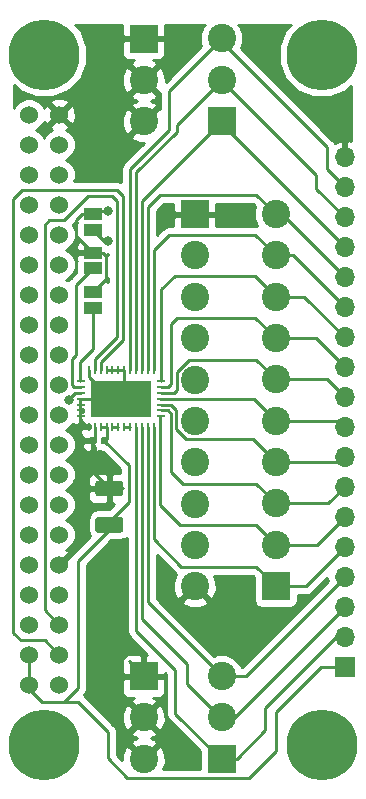
<source format=gbl>
G04 #@! TF.GenerationSoftware,KiCad,Pcbnew,(5.0.0)*
G04 #@! TF.CreationDate,2018-10-31T11:27:42+00:00*
G04 #@! TF.ProjectId,rpi0_HAT,727069305F4841542E6B696361645F70,rev?*
G04 #@! TF.SameCoordinates,Original*
G04 #@! TF.FileFunction,Copper,L2,Bot,Signal*
G04 #@! TF.FilePolarity,Positive*
%FSLAX46Y46*%
G04 Gerber Fmt 4.6, Leading zero omitted, Abs format (unit mm)*
G04 Created by KiCad (PCBNEW (5.0.0)) date 10/31/18 11:27:42*
%MOMM*%
%LPD*%
G01*
G04 APERTURE LIST*
G04 #@! TA.AperFunction,SMDPad,CuDef*
%ADD10R,0.250000X0.700000*%
G04 #@! TD*
G04 #@! TA.AperFunction,SMDPad,CuDef*
%ADD11R,0.700000X0.250000*%
G04 #@! TD*
G04 #@! TA.AperFunction,SMDPad,CuDef*
%ADD12R,5.150000X3.150000*%
G04 #@! TD*
G04 #@! TA.AperFunction,SMDPad,CuDef*
%ADD13R,1.500000X1.000000*%
G04 #@! TD*
G04 #@! TA.AperFunction,Conductor*
%ADD14C,0.100000*%
G04 #@! TD*
G04 #@! TA.AperFunction,SMDPad,CuDef*
%ADD15C,1.325000*%
G04 #@! TD*
G04 #@! TA.AperFunction,ComponentPad*
%ADD16C,2.400000*%
G04 #@! TD*
G04 #@! TA.AperFunction,ComponentPad*
%ADD17R,2.400000X2.400000*%
G04 #@! TD*
G04 #@! TA.AperFunction,ComponentPad*
%ADD18C,6.000000*%
G04 #@! TD*
G04 #@! TA.AperFunction,ComponentPad*
%ADD19C,1.524000*%
G04 #@! TD*
G04 #@! TA.AperFunction,SMDPad,CuDef*
%ADD20C,0.590000*%
G04 #@! TD*
G04 #@! TA.AperFunction,ComponentPad*
%ADD21R,1.700000X1.700000*%
G04 #@! TD*
G04 #@! TA.AperFunction,ComponentPad*
%ADD22O,1.700000X1.700000*%
G04 #@! TD*
G04 #@! TA.AperFunction,ViaPad*
%ADD23C,0.800000*%
G04 #@! TD*
G04 #@! TA.AperFunction,Conductor*
%ADD24C,0.250000*%
G04 #@! TD*
G04 #@! TA.AperFunction,Conductor*
%ADD25C,0.254000*%
G04 #@! TD*
G04 APERTURE END LIST*
D10*
G04 #@! TO.P,U2,1*
G04 #@! TO.N,GND*
X128949000Y-112535000D03*
G04 #@! TO.P,U2,2*
G04 #@! TO.N,SCL*
X129449000Y-112535000D03*
G04 #@! TO.P,U2,3*
G04 #@! TO.N,SDA*
X129949000Y-112535000D03*
G04 #@! TO.P,U2,4*
G04 #@! TO.N,GND*
X130449000Y-112535000D03*
G04 #@! TO.P,U2,5*
X130949000Y-112535000D03*
G04 #@! TO.P,U2,6*
X131449000Y-112535000D03*
G04 #@! TO.P,U2,7*
X131949000Y-112535000D03*
G04 #@! TO.P,U2,8*
G04 #@! TO.N,DIV0*
X132449000Y-112535000D03*
G04 #@! TO.P,U2,9*
G04 #@! TO.N,DIV1*
X132949000Y-112535000D03*
G04 #@! TO.P,U2,10*
G04 #@! TO.N,DIV2*
X133449000Y-112535000D03*
G04 #@! TO.P,U2,11*
G04 #@! TO.N,DIV3*
X133949000Y-112535000D03*
G04 #@! TO.P,U2,12*
G04 #@! TO.N,DIV4*
X134449000Y-112535000D03*
D11*
G04 #@! TO.P,U2,13*
G04 #@! TO.N,DIV5*
X135099000Y-113435000D03*
G04 #@! TO.P,U2,14*
G04 #@! TO.N,DIV6*
X135099000Y-113935000D03*
G04 #@! TO.P,U2,15*
G04 #@! TO.N,DIV7*
X135099000Y-114435000D03*
G04 #@! TO.P,U2,16*
G04 #@! TO.N,DIV8*
X135099000Y-114935000D03*
G04 #@! TO.P,U2,17*
G04 #@! TO.N,DIV9*
X135099000Y-115435000D03*
G04 #@! TO.P,U2,18*
G04 #@! TO.N,DIV10*
X135099000Y-115935000D03*
G04 #@! TO.P,U2,19*
G04 #@! TO.N,DIV11*
X135099000Y-116435000D03*
D10*
G04 #@! TO.P,U2,20*
G04 #@! TO.N,DIV12*
X134449000Y-117335000D03*
G04 #@! TO.P,U2,21*
G04 #@! TO.N,DIV13*
X133949000Y-117335000D03*
G04 #@! TO.P,U2,22*
G04 #@! TO.N,DIV14*
X133449000Y-117335000D03*
G04 #@! TO.P,U2,23*
G04 #@! TO.N,DIV15*
X132949000Y-117335000D03*
G04 #@! TO.P,U2,24*
G04 #@! TO.N,Net-(U2-Pad24)*
X132449000Y-117335000D03*
G04 #@! TO.P,U2,25*
X131949000Y-117335000D03*
G04 #@! TO.P,U2,26*
G04 #@! TO.N,Net-(U2-Pad26)*
X131449000Y-117335000D03*
G04 #@! TO.P,U2,27*
X130949000Y-117335000D03*
G04 #@! TO.P,U2,28*
G04 #@! TO.N,5V*
X130449000Y-117335000D03*
G04 #@! TO.P,U2,29*
X129949000Y-117335000D03*
G04 #@! TO.P,U2,30*
G04 #@! TO.N,GND*
X129449000Y-117335000D03*
G04 #@! TO.P,U2,31*
X128949000Y-117335000D03*
D11*
G04 #@! TO.P,U2,32*
X128299000Y-116435000D03*
G04 #@! TO.P,U2,33*
X128299000Y-115935000D03*
G04 #@! TO.P,U2,34*
X128299000Y-115435000D03*
G04 #@! TO.P,U2,35*
X128299000Y-114935000D03*
G04 #@! TO.P,U2,36*
G04 #@! TO.N,Net-(JP3-Pad2)*
X128299000Y-114435000D03*
G04 #@! TO.P,U2,37*
G04 #@! TO.N,Net-(JP2-Pad2)*
X128299000Y-113935000D03*
G04 #@! TO.P,U2,38*
G04 #@! TO.N,Net-(JP1-Pad2)*
X128299000Y-113435000D03*
D12*
G04 #@! TO.P,U2,39*
G04 #@! TO.N,GND*
X131699000Y-114935000D03*
G04 #@! TD*
D13*
G04 #@! TO.P,JP3,2*
G04 #@! TO.N,Net-(JP3-Pad2)*
X129286000Y-100614000D03*
G04 #@! TO.P,JP3,1*
G04 #@! TO.N,GND*
X129286000Y-99314000D03*
G04 #@! TD*
D14*
G04 #@! TO.N,5V*
G04 #@! TO.C,C2*
G36*
X131632505Y-124955204D02*
X131656773Y-124958804D01*
X131680572Y-124964765D01*
X131703671Y-124973030D01*
X131725850Y-124983520D01*
X131746893Y-124996132D01*
X131766599Y-125010747D01*
X131784777Y-125027223D01*
X131801253Y-125045401D01*
X131815868Y-125065107D01*
X131828480Y-125086150D01*
X131838970Y-125108329D01*
X131847235Y-125131428D01*
X131853196Y-125155227D01*
X131856796Y-125179495D01*
X131858000Y-125203999D01*
X131858000Y-126029001D01*
X131856796Y-126053505D01*
X131853196Y-126077773D01*
X131847235Y-126101572D01*
X131838970Y-126124671D01*
X131828480Y-126146850D01*
X131815868Y-126167893D01*
X131801253Y-126187599D01*
X131784777Y-126205777D01*
X131766599Y-126222253D01*
X131746893Y-126236868D01*
X131725850Y-126249480D01*
X131703671Y-126259970D01*
X131680572Y-126268235D01*
X131656773Y-126274196D01*
X131632505Y-126277796D01*
X131608001Y-126279000D01*
X129757999Y-126279000D01*
X129733495Y-126277796D01*
X129709227Y-126274196D01*
X129685428Y-126268235D01*
X129662329Y-126259970D01*
X129640150Y-126249480D01*
X129619107Y-126236868D01*
X129599401Y-126222253D01*
X129581223Y-126205777D01*
X129564747Y-126187599D01*
X129550132Y-126167893D01*
X129537520Y-126146850D01*
X129527030Y-126124671D01*
X129518765Y-126101572D01*
X129512804Y-126077773D01*
X129509204Y-126053505D01*
X129508000Y-126029001D01*
X129508000Y-125203999D01*
X129509204Y-125179495D01*
X129512804Y-125155227D01*
X129518765Y-125131428D01*
X129527030Y-125108329D01*
X129537520Y-125086150D01*
X129550132Y-125065107D01*
X129564747Y-125045401D01*
X129581223Y-125027223D01*
X129599401Y-125010747D01*
X129619107Y-124996132D01*
X129640150Y-124983520D01*
X129662329Y-124973030D01*
X129685428Y-124964765D01*
X129709227Y-124958804D01*
X129733495Y-124955204D01*
X129757999Y-124954000D01*
X131608001Y-124954000D01*
X131632505Y-124955204D01*
X131632505Y-124955204D01*
G37*
D15*
G04 #@! TD*
G04 #@! TO.P,C2,1*
G04 #@! TO.N,5V*
X130683000Y-125616500D03*
D14*
G04 #@! TO.N,GND*
G04 #@! TO.C,C2*
G36*
X131632505Y-121880204D02*
X131656773Y-121883804D01*
X131680572Y-121889765D01*
X131703671Y-121898030D01*
X131725850Y-121908520D01*
X131746893Y-121921132D01*
X131766599Y-121935747D01*
X131784777Y-121952223D01*
X131801253Y-121970401D01*
X131815868Y-121990107D01*
X131828480Y-122011150D01*
X131838970Y-122033329D01*
X131847235Y-122056428D01*
X131853196Y-122080227D01*
X131856796Y-122104495D01*
X131858000Y-122128999D01*
X131858000Y-122954001D01*
X131856796Y-122978505D01*
X131853196Y-123002773D01*
X131847235Y-123026572D01*
X131838970Y-123049671D01*
X131828480Y-123071850D01*
X131815868Y-123092893D01*
X131801253Y-123112599D01*
X131784777Y-123130777D01*
X131766599Y-123147253D01*
X131746893Y-123161868D01*
X131725850Y-123174480D01*
X131703671Y-123184970D01*
X131680572Y-123193235D01*
X131656773Y-123199196D01*
X131632505Y-123202796D01*
X131608001Y-123204000D01*
X129757999Y-123204000D01*
X129733495Y-123202796D01*
X129709227Y-123199196D01*
X129685428Y-123193235D01*
X129662329Y-123184970D01*
X129640150Y-123174480D01*
X129619107Y-123161868D01*
X129599401Y-123147253D01*
X129581223Y-123130777D01*
X129564747Y-123112599D01*
X129550132Y-123092893D01*
X129537520Y-123071850D01*
X129527030Y-123049671D01*
X129518765Y-123026572D01*
X129512804Y-123002773D01*
X129509204Y-122978505D01*
X129508000Y-122954001D01*
X129508000Y-122128999D01*
X129509204Y-122104495D01*
X129512804Y-122080227D01*
X129518765Y-122056428D01*
X129527030Y-122033329D01*
X129537520Y-122011150D01*
X129550132Y-121990107D01*
X129564747Y-121970401D01*
X129581223Y-121952223D01*
X129599401Y-121935747D01*
X129619107Y-121921132D01*
X129640150Y-121908520D01*
X129662329Y-121898030D01*
X129685428Y-121889765D01*
X129709227Y-121883804D01*
X129733495Y-121880204D01*
X129757999Y-121879000D01*
X131608001Y-121879000D01*
X131632505Y-121880204D01*
X131632505Y-121880204D01*
G37*
D15*
G04 #@! TD*
G04 #@! TO.P,C2,2*
G04 #@! TO.N,GND*
X130683000Y-122541500D03*
D16*
G04 #@! TO.P,J3,3*
G04 #@! TO.N,DIV13*
X140208000Y-138415000D03*
G04 #@! TO.P,J3,2*
G04 #@! TO.N,DIV14*
X140208000Y-141915000D03*
D17*
G04 #@! TO.P,J3,1*
G04 #@! TO.N,DIV15*
X140208000Y-145415000D03*
G04 #@! TD*
G04 #@! TO.P,J4,1*
G04 #@! TO.N,GND*
X133604000Y-138430000D03*
D16*
G04 #@! TO.P,J4,2*
X133604000Y-141930000D03*
G04 #@! TO.P,J4,3*
X133604000Y-145430000D03*
G04 #@! TD*
D17*
G04 #@! TO.P,J1,1*
G04 #@! TO.N,DIV2*
X140208000Y-91440000D03*
D16*
G04 #@! TO.P,J1,2*
G04 #@! TO.N,DIV1*
X140208000Y-87940000D03*
G04 #@! TO.P,J1,3*
G04 #@! TO.N,DIV0*
X140208000Y-84440000D03*
G04 #@! TD*
D17*
G04 #@! TO.P,J2,1*
G04 #@! TO.N,DIV12*
X144780000Y-130810000D03*
D16*
G04 #@! TO.P,J2,2*
G04 #@! TO.N,DIV11*
X144780000Y-127310000D03*
G04 #@! TO.P,J2,3*
G04 #@! TO.N,DIV10*
X144780000Y-123810000D03*
G04 #@! TO.P,J2,4*
G04 #@! TO.N,DIV9*
X144780000Y-120310000D03*
G04 #@! TO.P,J2,5*
G04 #@! TO.N,DIV8*
X144780000Y-116810000D03*
G04 #@! TO.P,J2,6*
G04 #@! TO.N,DIV7*
X144780000Y-113310000D03*
G04 #@! TO.P,J2,7*
G04 #@! TO.N,DIV6*
X144780000Y-109810000D03*
G04 #@! TO.P,J2,8*
G04 #@! TO.N,DIV5*
X144780000Y-106310000D03*
G04 #@! TO.P,J2,9*
G04 #@! TO.N,DIV4*
X144780000Y-102810000D03*
G04 #@! TO.P,J2,10*
G04 #@! TO.N,DIV3*
X144780000Y-99310000D03*
G04 #@! TD*
D18*
G04 #@! TO.P,U1,*
G04 #@! TO.N,*
X148665001Y-85800001D03*
X148665001Y-144220001D03*
X125170001Y-85800001D03*
X125170001Y-144220001D03*
D19*
G04 #@! TO.P,U1,40*
G04 #@! TO.N,Net-(U1-Pad40)*
X123900001Y-90880001D03*
G04 #@! TO.P,U1,39*
G04 #@! TO.N,GND*
X126440001Y-90880001D03*
G04 #@! TO.P,U1,38*
G04 #@! TO.N,Net-(U1-Pad38)*
X123900001Y-93420001D03*
G04 #@! TO.P,U1,37*
G04 #@! TO.N,Net-(U1-Pad37)*
X126440001Y-93420001D03*
G04 #@! TO.P,U1,36*
G04 #@! TO.N,Net-(U1-Pad36)*
X123900001Y-95960001D03*
G04 #@! TO.P,U1,35*
G04 #@! TO.N,Net-(U1-Pad35)*
X126440001Y-95960001D03*
G04 #@! TO.P,U1,34*
G04 #@! TO.N,GND*
X123900001Y-98500001D03*
G04 #@! TO.P,U1,33*
G04 #@! TO.N,Net-(U1-Pad33)*
X126440001Y-98500001D03*
G04 #@! TO.P,U1,32*
G04 #@! TO.N,Net-(U1-Pad32)*
X123900001Y-101040001D03*
G04 #@! TO.P,U1,31*
G04 #@! TO.N,Net-(U1-Pad31)*
X126440001Y-101040001D03*
G04 #@! TO.P,U1,30*
G04 #@! TO.N,GND*
X123900001Y-103580001D03*
G04 #@! TO.P,U1,29*
G04 #@! TO.N,Net-(U1-Pad29)*
X126440001Y-103580001D03*
G04 #@! TO.P,U1,28*
G04 #@! TO.N,Net-(U1-Pad28)*
X123900001Y-106120001D03*
G04 #@! TO.P,U1,27*
G04 #@! TO.N,Net-(U1-Pad27)*
X126440001Y-106120001D03*
G04 #@! TO.P,U1,26*
G04 #@! TO.N,Net-(U1-Pad26)*
X123900001Y-108660001D03*
G04 #@! TO.P,U1,25*
G04 #@! TO.N,GND*
X126440001Y-108660001D03*
G04 #@! TO.P,U1,24*
G04 #@! TO.N,Net-(U1-Pad24)*
X123900001Y-111200001D03*
G04 #@! TO.P,U1,23*
G04 #@! TO.N,Net-(U1-Pad23)*
X126440001Y-111200001D03*
G04 #@! TO.P,U1,22*
G04 #@! TO.N,Net-(U1-Pad22)*
X123900001Y-113740001D03*
G04 #@! TO.P,U1,21*
G04 #@! TO.N,Net-(U1-Pad21)*
X126440001Y-113740001D03*
G04 #@! TO.P,U1,20*
G04 #@! TO.N,GND*
X123900001Y-116280001D03*
G04 #@! TO.P,U1,19*
G04 #@! TO.N,Net-(U1-Pad19)*
X126440001Y-116280001D03*
G04 #@! TO.P,U1,18*
G04 #@! TO.N,Net-(U1-Pad18)*
X123900001Y-118820001D03*
G04 #@! TO.P,U1,17*
G04 #@! TO.N,Net-(U1-Pad17)*
X126440001Y-118820001D03*
G04 #@! TO.P,U1,16*
G04 #@! TO.N,Net-(U1-Pad16)*
X123900001Y-121360001D03*
G04 #@! TO.P,U1,15*
G04 #@! TO.N,Net-(U1-Pad15)*
X126440001Y-121360001D03*
G04 #@! TO.P,U1,14*
G04 #@! TO.N,GND*
X123900001Y-123900001D03*
G04 #@! TO.P,U1,13*
G04 #@! TO.N,Net-(U1-Pad13)*
X126440001Y-123900001D03*
G04 #@! TO.P,U1,12*
G04 #@! TO.N,Net-(U1-Pad12)*
X123900001Y-126440001D03*
G04 #@! TO.P,U1,11*
G04 #@! TO.N,Net-(U1-Pad11)*
X126440001Y-126440001D03*
G04 #@! TO.P,U1,10*
G04 #@! TO.N,Net-(U1-Pad10)*
X123900001Y-128980001D03*
G04 #@! TO.P,U1,9*
G04 #@! TO.N,GND*
X126440001Y-128980001D03*
G04 #@! TO.P,U1,8*
G04 #@! TO.N,Net-(U1-Pad8)*
X123900001Y-131520001D03*
G04 #@! TO.P,U1,7*
G04 #@! TO.N,Net-(U1-Pad7)*
X126440001Y-131520001D03*
G04 #@! TO.P,U1,6*
G04 #@! TO.N,GND*
X123900001Y-134060001D03*
G04 #@! TO.P,U1,5*
G04 #@! TO.N,SCL*
X126440001Y-134060001D03*
G04 #@! TO.P,U1,4*
G04 #@! TO.N,5V*
X123900001Y-136600001D03*
G04 #@! TO.P,U1,3*
G04 #@! TO.N,SDA*
X126440001Y-136600001D03*
G04 #@! TO.P,U1,2*
G04 #@! TO.N,5V*
X123900001Y-139140001D03*
G04 #@! TO.P,U1,1*
G04 #@! TO.N,Net-(U1-Pad1)*
X126440001Y-139140001D03*
G04 #@! TD*
D14*
G04 #@! TO.N,5V*
G04 #@! TO.C,C1*
G36*
X130440958Y-118171710D02*
X130455276Y-118173834D01*
X130469317Y-118177351D01*
X130482946Y-118182228D01*
X130496031Y-118188417D01*
X130508447Y-118195858D01*
X130520073Y-118204481D01*
X130530798Y-118214202D01*
X130540519Y-118224927D01*
X130549142Y-118236553D01*
X130556583Y-118248969D01*
X130562772Y-118262054D01*
X130567649Y-118275683D01*
X130571166Y-118289724D01*
X130573290Y-118304042D01*
X130574000Y-118318500D01*
X130574000Y-118663500D01*
X130573290Y-118677958D01*
X130571166Y-118692276D01*
X130567649Y-118706317D01*
X130562772Y-118719946D01*
X130556583Y-118733031D01*
X130549142Y-118745447D01*
X130540519Y-118757073D01*
X130530798Y-118767798D01*
X130520073Y-118777519D01*
X130508447Y-118786142D01*
X130496031Y-118793583D01*
X130482946Y-118799772D01*
X130469317Y-118804649D01*
X130455276Y-118808166D01*
X130440958Y-118810290D01*
X130426500Y-118811000D01*
X130131500Y-118811000D01*
X130117042Y-118810290D01*
X130102724Y-118808166D01*
X130088683Y-118804649D01*
X130075054Y-118799772D01*
X130061969Y-118793583D01*
X130049553Y-118786142D01*
X130037927Y-118777519D01*
X130027202Y-118767798D01*
X130017481Y-118757073D01*
X130008858Y-118745447D01*
X130001417Y-118733031D01*
X129995228Y-118719946D01*
X129990351Y-118706317D01*
X129986834Y-118692276D01*
X129984710Y-118677958D01*
X129984000Y-118663500D01*
X129984000Y-118318500D01*
X129984710Y-118304042D01*
X129986834Y-118289724D01*
X129990351Y-118275683D01*
X129995228Y-118262054D01*
X130001417Y-118248969D01*
X130008858Y-118236553D01*
X130017481Y-118224927D01*
X130027202Y-118214202D01*
X130037927Y-118204481D01*
X130049553Y-118195858D01*
X130061969Y-118188417D01*
X130075054Y-118182228D01*
X130088683Y-118177351D01*
X130102724Y-118173834D01*
X130117042Y-118171710D01*
X130131500Y-118171000D01*
X130426500Y-118171000D01*
X130440958Y-118171710D01*
X130440958Y-118171710D01*
G37*
D20*
G04 #@! TD*
G04 #@! TO.P,C1,1*
G04 #@! TO.N,5V*
X130279000Y-118491000D03*
D14*
G04 #@! TO.N,GND*
G04 #@! TO.C,C1*
G36*
X129470958Y-118171710D02*
X129485276Y-118173834D01*
X129499317Y-118177351D01*
X129512946Y-118182228D01*
X129526031Y-118188417D01*
X129538447Y-118195858D01*
X129550073Y-118204481D01*
X129560798Y-118214202D01*
X129570519Y-118224927D01*
X129579142Y-118236553D01*
X129586583Y-118248969D01*
X129592772Y-118262054D01*
X129597649Y-118275683D01*
X129601166Y-118289724D01*
X129603290Y-118304042D01*
X129604000Y-118318500D01*
X129604000Y-118663500D01*
X129603290Y-118677958D01*
X129601166Y-118692276D01*
X129597649Y-118706317D01*
X129592772Y-118719946D01*
X129586583Y-118733031D01*
X129579142Y-118745447D01*
X129570519Y-118757073D01*
X129560798Y-118767798D01*
X129550073Y-118777519D01*
X129538447Y-118786142D01*
X129526031Y-118793583D01*
X129512946Y-118799772D01*
X129499317Y-118804649D01*
X129485276Y-118808166D01*
X129470958Y-118810290D01*
X129456500Y-118811000D01*
X129161500Y-118811000D01*
X129147042Y-118810290D01*
X129132724Y-118808166D01*
X129118683Y-118804649D01*
X129105054Y-118799772D01*
X129091969Y-118793583D01*
X129079553Y-118786142D01*
X129067927Y-118777519D01*
X129057202Y-118767798D01*
X129047481Y-118757073D01*
X129038858Y-118745447D01*
X129031417Y-118733031D01*
X129025228Y-118719946D01*
X129020351Y-118706317D01*
X129016834Y-118692276D01*
X129014710Y-118677958D01*
X129014000Y-118663500D01*
X129014000Y-118318500D01*
X129014710Y-118304042D01*
X129016834Y-118289724D01*
X129020351Y-118275683D01*
X129025228Y-118262054D01*
X129031417Y-118248969D01*
X129038858Y-118236553D01*
X129047481Y-118224927D01*
X129057202Y-118214202D01*
X129067927Y-118204481D01*
X129079553Y-118195858D01*
X129091969Y-118188417D01*
X129105054Y-118182228D01*
X129118683Y-118177351D01*
X129132724Y-118173834D01*
X129147042Y-118171710D01*
X129161500Y-118171000D01*
X129456500Y-118171000D01*
X129470958Y-118171710D01*
X129470958Y-118171710D01*
G37*
D20*
G04 #@! TD*
G04 #@! TO.P,C1,2*
G04 #@! TO.N,GND*
X129309000Y-118491000D03*
D17*
G04 #@! TO.P,J5,1*
G04 #@! TO.N,GND*
X137922000Y-99314000D03*
D16*
G04 #@! TO.P,J5,2*
X137922000Y-102814000D03*
G04 #@! TO.P,J5,3*
X137922000Y-106314000D03*
G04 #@! TO.P,J5,4*
X137922000Y-109814000D03*
G04 #@! TO.P,J5,5*
X137922000Y-113314000D03*
G04 #@! TO.P,J5,6*
X137922000Y-116814000D03*
G04 #@! TO.P,J5,7*
X137922000Y-120314000D03*
G04 #@! TO.P,J5,8*
X137922000Y-123814000D03*
G04 #@! TO.P,J5,9*
X137922000Y-127314000D03*
G04 #@! TO.P,J5,10*
X137922000Y-130814000D03*
G04 #@! TD*
G04 #@! TO.P,J6,3*
G04 #@! TO.N,GND*
X133604000Y-91455000D03*
G04 #@! TO.P,J6,2*
X133604000Y-87955000D03*
D17*
G04 #@! TO.P,J6,1*
X133604000Y-84455000D03*
G04 #@! TD*
D21*
G04 #@! TO.P,J7,1*
G04 #@! TO.N,5V*
X150622000Y-137668000D03*
D22*
G04 #@! TO.P,J7,2*
G04 #@! TO.N,DIV15*
X150622000Y-135128000D03*
G04 #@! TO.P,J7,3*
G04 #@! TO.N,DIV14*
X150622000Y-132588000D03*
G04 #@! TO.P,J7,4*
G04 #@! TO.N,DIV13*
X150622000Y-130048000D03*
G04 #@! TO.P,J7,5*
G04 #@! TO.N,DIV12*
X150622000Y-127508000D03*
G04 #@! TO.P,J7,6*
G04 #@! TO.N,DIV11*
X150622000Y-124968000D03*
G04 #@! TO.P,J7,7*
G04 #@! TO.N,DIV10*
X150622000Y-122428000D03*
G04 #@! TO.P,J7,8*
G04 #@! TO.N,DIV9*
X150622000Y-119888000D03*
G04 #@! TO.P,J7,9*
G04 #@! TO.N,DIV8*
X150622000Y-117348000D03*
G04 #@! TO.P,J7,10*
G04 #@! TO.N,DIV7*
X150622000Y-114808000D03*
G04 #@! TO.P,J7,11*
G04 #@! TO.N,DIV6*
X150622000Y-112268000D03*
G04 #@! TO.P,J7,12*
G04 #@! TO.N,DIV5*
X150622000Y-109728000D03*
G04 #@! TO.P,J7,13*
G04 #@! TO.N,DIV4*
X150622000Y-107188000D03*
G04 #@! TO.P,J7,14*
G04 #@! TO.N,DIV3*
X150622000Y-104648000D03*
G04 #@! TO.P,J7,15*
G04 #@! TO.N,DIV2*
X150622000Y-102108000D03*
G04 #@! TO.P,J7,16*
G04 #@! TO.N,DIV1*
X150622000Y-99568000D03*
G04 #@! TO.P,J7,17*
G04 #@! TO.N,DIV0*
X150622000Y-97028000D03*
G04 #@! TO.P,J7,18*
G04 #@! TO.N,GND*
X150622000Y-94488000D03*
G04 #@! TD*
D13*
G04 #@! TO.P,JP1,2*
G04 #@! TO.N,Net-(JP1-Pad2)*
X129286000Y-107218000D03*
G04 #@! TO.P,JP1,1*
G04 #@! TO.N,GND*
X129286000Y-105918000D03*
G04 #@! TD*
G04 #@! TO.P,JP2,1*
G04 #@! TO.N,GND*
X129286000Y-102586000D03*
G04 #@! TO.P,JP2,2*
G04 #@! TO.N,Net-(JP2-Pad2)*
X129286000Y-103886000D03*
G04 #@! TD*
D23*
G04 #@! TO.N,GND*
X130556000Y-99060000D03*
G04 #@! TO.N,Net-(JP3-Pad2)*
X127254000Y-115062000D03*
X130556000Y-101600000D03*
G04 #@! TD*
D24*
G04 #@! TO.N,GND*
X129322000Y-118478000D02*
X129309000Y-118491000D01*
X128172000Y-115935000D02*
X128172000Y-116435000D01*
X132334000Y-137160000D02*
X133604000Y-138430000D01*
X128172000Y-116685000D02*
X128822000Y-117335000D01*
X128172000Y-116435000D02*
X128172000Y-116685000D01*
X130937000Y-122541500D02*
X131812500Y-122541500D01*
X130683000Y-122541500D02*
X131304500Y-122541500D01*
X129309000Y-121167500D02*
X130683000Y-122541500D01*
X129309000Y-118491000D02*
X129309000Y-121167500D01*
X128172000Y-114935000D02*
X128172000Y-115435000D01*
X128172000Y-115435000D02*
X128172000Y-115935000D01*
X129449000Y-118351000D02*
X129309000Y-118491000D01*
X129449000Y-117335000D02*
X129449000Y-118351000D01*
X131949000Y-114685000D02*
X131699000Y-114935000D01*
X131949000Y-112535000D02*
X131949000Y-114685000D01*
X130449000Y-112535000D02*
X131949000Y-112535000D01*
X128299000Y-114935000D02*
X131699000Y-114935000D01*
X128949000Y-112535000D02*
X128949000Y-113074000D01*
X130810000Y-114935000D02*
X131699000Y-114935000D01*
X128949000Y-113074000D02*
X130810000Y-114935000D01*
X129286000Y-102586000D02*
X130145000Y-102586000D01*
X130145000Y-102586000D02*
X130429000Y-102870000D01*
X130429000Y-104775000D02*
X129286000Y-105918000D01*
X130429000Y-102870000D02*
X130429000Y-104775000D01*
X129286000Y-99314000D02*
X128397000Y-99314000D01*
X128397000Y-99314000D02*
X127889000Y-99822000D01*
X127889000Y-101189000D02*
X129286000Y-102586000D01*
X127889000Y-99822000D02*
X127889000Y-101189000D01*
X129540000Y-99060000D02*
X129286000Y-99314000D01*
X130556000Y-99060000D02*
X129540000Y-99060000D01*
G04 #@! TO.N,SCL*
X125222000Y-100203000D02*
X125222000Y-132842000D01*
X125603000Y-99822000D02*
X125222000Y-100203000D01*
X126873000Y-99822000D02*
X125603000Y-99822000D01*
X125222000Y-132842000D02*
X126440001Y-134060001D01*
X131318000Y-109728000D02*
X131318000Y-98171000D01*
X131318000Y-98171000D02*
X130937000Y-97790000D01*
X130937000Y-97790000D02*
X128905000Y-97790000D01*
X128905000Y-97790000D02*
X126873000Y-99822000D01*
X129449000Y-111597000D02*
X131318000Y-109728000D01*
X129449000Y-112535000D02*
X129449000Y-111597000D01*
G04 #@! TO.N,5V*
X123900001Y-139140001D02*
X123900001Y-136600001D01*
X123900001Y-139140001D02*
X123900001Y-139521001D01*
X123900001Y-139521001D02*
X124968000Y-140589000D01*
X124968000Y-140589000D02*
X126873000Y-140589000D01*
X126873000Y-140589000D02*
X128016000Y-139446000D01*
X128016000Y-128692000D02*
X131064000Y-125644000D01*
X128016000Y-139446000D02*
X128016000Y-128692000D01*
X126873000Y-140589000D02*
X128016000Y-140589000D01*
X128016000Y-140589000D02*
X130556000Y-143129000D01*
X130556000Y-143129000D02*
X130556000Y-145395990D01*
X130556000Y-145395990D02*
X132207000Y-147046990D01*
X132207000Y-147046990D02*
X142513010Y-147046990D01*
X142513010Y-147046990D02*
X144780000Y-144780000D01*
X144780000Y-144780000D02*
X144780000Y-141478000D01*
X148590000Y-137668000D02*
X150622000Y-137668000D01*
X144780000Y-141478000D02*
X148590000Y-137668000D01*
X130683000Y-125616500D02*
X130683000Y-125349000D01*
X130683000Y-125349000D02*
X132334000Y-123698000D01*
X132334000Y-120546000D02*
X130279000Y-118491000D01*
X132334000Y-123698000D02*
X132334000Y-120546000D01*
X130449000Y-118321000D02*
X130279000Y-118491000D01*
X130449000Y-117335000D02*
X130449000Y-118321000D01*
X129949000Y-117335000D02*
X130449000Y-117335000D01*
G04 #@! TO.N,SDA*
X123190000Y-135382000D02*
X125222000Y-135382000D01*
X122555000Y-134747000D02*
X123190000Y-135382000D01*
X122555000Y-98044000D02*
X122555000Y-134747000D01*
X131826000Y-109982000D02*
X131826000Y-97790000D01*
X131826000Y-97790000D02*
X131318000Y-97282000D01*
X125222000Y-135382000D02*
X126440001Y-136600001D01*
X131318000Y-97282000D02*
X123317000Y-97282000D01*
X123317000Y-97282000D02*
X122555000Y-98044000D01*
X129949000Y-111859000D02*
X131826000Y-109982000D01*
X129949000Y-112535000D02*
X129949000Y-111859000D01*
G04 #@! TO.N,Net-(U2-Pad24)*
X131949000Y-117335000D02*
X132449000Y-117335000D01*
G04 #@! TO.N,Net-(U2-Pad26)*
X130949000Y-117335000D02*
X131449000Y-117335000D01*
G04 #@! TO.N,DIV0*
X135763000Y-88885000D02*
X140208000Y-84440000D01*
X135763000Y-92202000D02*
X135763000Y-88885000D01*
X140208000Y-84440000D02*
X140208000Y-84709000D01*
X140208000Y-84709000D02*
X149098000Y-93599000D01*
X149098000Y-95504000D02*
X150622000Y-97028000D01*
X149098000Y-93599000D02*
X149098000Y-95504000D01*
X132449000Y-95516000D02*
X132461000Y-95504000D01*
X132449000Y-112535000D02*
X132449000Y-95516000D01*
X132461000Y-95504000D02*
X135763000Y-92202000D01*
G04 #@! TO.N,DIV2*
X140208000Y-91694000D02*
X150622000Y-102108000D01*
X140208000Y-91440000D02*
X140208000Y-91694000D01*
X133449000Y-98199000D02*
X133477000Y-98171000D01*
X133449000Y-112535000D02*
X133449000Y-98199000D01*
X133477000Y-98171000D02*
X140208000Y-91440000D01*
G04 #@! TO.N,DIV1*
X136398000Y-91750000D02*
X140208000Y-87940000D01*
X136398000Y-92329000D02*
X136398000Y-91750000D01*
X140208000Y-87940000D02*
X140208000Y-88011000D01*
X140208000Y-88011000D02*
X148209000Y-96012000D01*
X148209000Y-97155000D02*
X150622000Y-99568000D01*
X148209000Y-96012000D02*
X148209000Y-97155000D01*
X132949000Y-95778000D02*
X132969000Y-95758000D01*
X132949000Y-112535000D02*
X132949000Y-95778000D01*
X132969000Y-95758000D02*
X136398000Y-92329000D01*
G04 #@! TO.N,DIV12*
X143129000Y-129159000D02*
X144780000Y-130810000D01*
X136779000Y-129159000D02*
X143129000Y-129159000D01*
X147320000Y-130810000D02*
X150622000Y-127508000D01*
X144780000Y-130810000D02*
X147320000Y-130810000D01*
X134449000Y-126829000D02*
X136779000Y-129159000D01*
X134449000Y-117335000D02*
X134449000Y-126829000D01*
G04 #@! TO.N,DIV11*
X134972000Y-116435000D02*
X134972000Y-123923000D01*
X134972000Y-123923000D02*
X136652000Y-125603000D01*
X143073000Y-125603000D02*
X144780000Y-127310000D01*
X136652000Y-125603000D02*
X143073000Y-125603000D01*
X148280000Y-127310000D02*
X150622000Y-124968000D01*
X144780000Y-127310000D02*
X148280000Y-127310000D01*
G04 #@! TO.N,DIV10*
X143144000Y-122174000D02*
X144780000Y-123810000D01*
X136906000Y-122174000D02*
X143144000Y-122174000D01*
X149240000Y-123810000D02*
X150622000Y-122428000D01*
X144780000Y-123810000D02*
X149240000Y-123810000D01*
X135099000Y-115935000D02*
X135620000Y-115935000D01*
X135890000Y-116205000D02*
X135890000Y-121158000D01*
X135620000Y-115935000D02*
X135890000Y-116205000D01*
X135890000Y-121158000D02*
X136906000Y-122174000D01*
G04 #@! TO.N,DIV9*
X142834000Y-118364000D02*
X144780000Y-120310000D01*
X137160000Y-118364000D02*
X142834000Y-118364000D01*
X150200000Y-120310000D02*
X150622000Y-119888000D01*
X144780000Y-120310000D02*
X150200000Y-120310000D01*
X135099000Y-115435000D02*
X135882000Y-115435000D01*
X135882000Y-115435000D02*
X136340010Y-115893010D01*
X136340010Y-117544010D02*
X137160000Y-118364000D01*
X136340010Y-115893010D02*
X136340010Y-117544010D01*
G04 #@! TO.N,DIV8*
X142905000Y-114935000D02*
X144780000Y-116810000D01*
X134972000Y-114935000D02*
X142905000Y-114935000D01*
X150084000Y-116810000D02*
X150622000Y-117348000D01*
X144780000Y-116810000D02*
X150084000Y-116810000D01*
G04 #@! TO.N,DIV7*
X143103000Y-111633000D02*
X144780000Y-113310000D01*
X149124000Y-113310000D02*
X150622000Y-114808000D01*
X144780000Y-113310000D02*
X149124000Y-113310000D01*
X137414000Y-111633000D02*
X143103000Y-111633000D01*
X135099000Y-114435000D02*
X136136000Y-114435000D01*
X136136000Y-114435000D02*
X136396999Y-114174001D01*
X136396999Y-112650001D02*
X137414000Y-111633000D01*
X136396999Y-114174001D02*
X136396999Y-112650001D01*
G04 #@! TO.N,DIV6*
X143047000Y-108077000D02*
X144780000Y-109810000D01*
X136398000Y-108077000D02*
X143047000Y-108077000D01*
X148164000Y-109810000D02*
X150622000Y-112268000D01*
X144780000Y-109810000D02*
X148164000Y-109810000D01*
X135099000Y-113935000D02*
X135620000Y-113935000D01*
X135890000Y-113665000D02*
X135890000Y-108585000D01*
X135620000Y-113935000D02*
X135890000Y-113665000D01*
X135890000Y-108585000D02*
X136398000Y-108077000D01*
G04 #@! TO.N,DIV5*
X142991000Y-104521000D02*
X144780000Y-106310000D01*
X136271000Y-104521000D02*
X142991000Y-104521000D01*
X147204000Y-106310000D02*
X150622000Y-109728000D01*
X144780000Y-106310000D02*
X147204000Y-106310000D01*
X135099000Y-105693000D02*
X136271000Y-104521000D01*
X135099000Y-113435000D02*
X135099000Y-105693000D01*
G04 #@! TO.N,DIV4*
X143062000Y-101092000D02*
X144780000Y-102810000D01*
X135763000Y-101092000D02*
X143062000Y-101092000D01*
X146244000Y-102810000D02*
X150622000Y-107188000D01*
X144780000Y-102810000D02*
X146244000Y-102810000D01*
X134449000Y-102406000D02*
X134493000Y-102362000D01*
X134449000Y-112535000D02*
X134449000Y-102406000D01*
X134493000Y-102362000D02*
X135763000Y-101092000D01*
G04 #@! TO.N,DIV3*
X143133000Y-97663000D02*
X144780000Y-99310000D01*
X135001000Y-97663000D02*
X143133000Y-97663000D01*
X145284000Y-99310000D02*
X150622000Y-104648000D01*
X144780000Y-99310000D02*
X145284000Y-99310000D01*
X133949000Y-98715000D02*
X133985000Y-98679000D01*
X133949000Y-112535000D02*
X133949000Y-98715000D01*
X133985000Y-98679000D02*
X135001000Y-97663000D01*
G04 #@! TO.N,DIV13*
X142255000Y-138415000D02*
X150622000Y-130048000D01*
X140208000Y-138415000D02*
X142255000Y-138415000D01*
X133949000Y-132156000D02*
X140208000Y-138415000D01*
X133949000Y-117335000D02*
X133949000Y-132156000D01*
G04 #@! TO.N,DIV14*
X137287000Y-139121000D02*
X140208000Y-142042000D01*
X137287000Y-137414000D02*
X137287000Y-139121000D01*
X141295000Y-141915000D02*
X150622000Y-132588000D01*
X140208000Y-141915000D02*
X141295000Y-141915000D01*
X133449000Y-133576000D02*
X137287000Y-137414000D01*
X133449000Y-117335000D02*
X133449000Y-133576000D01*
G04 #@! TO.N,DIV15*
X136271000Y-141605000D02*
X140208000Y-145542000D01*
X136271000Y-137922000D02*
X136271000Y-141605000D01*
X140208000Y-145415000D02*
X141478000Y-145415000D01*
X141478000Y-145415000D02*
X143891000Y-143002000D01*
X143891000Y-143002000D02*
X143891000Y-141097000D01*
X149860000Y-135128000D02*
X150622000Y-135128000D01*
X143891000Y-141097000D02*
X149860000Y-135128000D01*
X132949000Y-134600000D02*
X136271000Y-137922000D01*
X132949000Y-117335000D02*
X132949000Y-134600000D01*
G04 #@! TO.N,Net-(JP1-Pad2)*
X128172000Y-113435000D02*
X128172000Y-111858000D01*
X129286000Y-110744000D02*
X129286000Y-107218000D01*
X128172000Y-111858000D02*
X129286000Y-110744000D01*
G04 #@! TO.N,Net-(JP2-Pad2)*
X127889000Y-105283000D02*
X129286000Y-103886000D01*
X127889000Y-111252000D02*
X127889000Y-105283000D01*
X127527002Y-111613998D02*
X127889000Y-111252000D01*
X127527002Y-113792000D02*
X127527002Y-111613998D01*
X128299000Y-113935000D02*
X127670002Y-113935000D01*
X127670002Y-113935000D02*
X127527002Y-113792000D01*
G04 #@! TO.N,Net-(JP3-Pad2)*
X128299000Y-114435000D02*
X127754000Y-114435000D01*
X127754000Y-114435000D02*
X127254000Y-114935000D01*
X127254000Y-114935000D02*
X127254000Y-115062000D01*
X130272000Y-101600000D02*
X129286000Y-100614000D01*
X130556000Y-101600000D02*
X130272000Y-101600000D01*
G04 #@! TD*
D25*
G04 #@! TO.N,GND*
G36*
X132189001Y-134525148D02*
X132174112Y-134600000D01*
X132189001Y-134674852D01*
X132233097Y-134896537D01*
X132401072Y-135147929D01*
X132464528Y-135190329D01*
X133879474Y-136605276D01*
X133731000Y-136753750D01*
X133731000Y-138303000D01*
X135280250Y-138303000D01*
X135428724Y-138154526D01*
X135511000Y-138236803D01*
X135511001Y-141530148D01*
X135496112Y-141605000D01*
X135555097Y-141901537D01*
X135648952Y-142042000D01*
X135723072Y-142152929D01*
X135786528Y-142195329D01*
X138360560Y-144769362D01*
X138360560Y-146286990D01*
X135241157Y-146286990D01*
X135448707Y-145742266D01*
X135427786Y-145012557D01*
X135188788Y-144435565D01*
X134901175Y-144312430D01*
X133783605Y-145430000D01*
X133797748Y-145444143D01*
X133618143Y-145623748D01*
X133604000Y-145609605D01*
X133589858Y-145623748D01*
X133410253Y-145444143D01*
X133424395Y-145430000D01*
X132306825Y-144312430D01*
X132019212Y-144435565D01*
X131759293Y-145117734D01*
X131771299Y-145536487D01*
X131316000Y-145081189D01*
X131316000Y-143227175D01*
X132486430Y-143227175D01*
X132609565Y-143514788D01*
X133025071Y-143673104D01*
X132609565Y-143845212D01*
X132486430Y-144132825D01*
X133604000Y-145250395D01*
X134721570Y-144132825D01*
X134598435Y-143845212D01*
X134182929Y-143686896D01*
X134598435Y-143514788D01*
X134721570Y-143227175D01*
X133604000Y-142109605D01*
X132486430Y-143227175D01*
X131316000Y-143227175D01*
X131316000Y-143203846D01*
X131330888Y-143128999D01*
X131316000Y-143054152D01*
X131316000Y-143054148D01*
X131271904Y-142832463D01*
X131222085Y-142757904D01*
X131146329Y-142644526D01*
X131146327Y-142644524D01*
X131103929Y-142581071D01*
X131040476Y-142538673D01*
X130119537Y-141617734D01*
X131759293Y-141617734D01*
X131780214Y-142347443D01*
X132019212Y-142924435D01*
X132306825Y-143047570D01*
X133424395Y-141930000D01*
X133783605Y-141930000D01*
X134901175Y-143047570D01*
X135188788Y-142924435D01*
X135448707Y-142242266D01*
X135427786Y-141512557D01*
X135188788Y-140935565D01*
X134901175Y-140812430D01*
X133783605Y-141930000D01*
X133424395Y-141930000D01*
X132306825Y-140812430D01*
X132019212Y-140935565D01*
X131759293Y-141617734D01*
X130119537Y-141617734D01*
X128606331Y-140104530D01*
X128563929Y-140041071D01*
X128528652Y-140017500D01*
X128563929Y-139993929D01*
X128731904Y-139742537D01*
X128776000Y-139520852D01*
X128776000Y-139520848D01*
X128790888Y-139446001D01*
X128776000Y-139371154D01*
X128776000Y-138715750D01*
X131769000Y-138715750D01*
X131769000Y-139756309D01*
X131865673Y-139989698D01*
X132044301Y-140168327D01*
X132277690Y-140265000D01*
X132803214Y-140265000D01*
X132609565Y-140345212D01*
X132486430Y-140632825D01*
X133604000Y-141750395D01*
X134721570Y-140632825D01*
X134598435Y-140345212D01*
X134387915Y-140265000D01*
X134930310Y-140265000D01*
X135163699Y-140168327D01*
X135342327Y-139989698D01*
X135439000Y-139756309D01*
X135439000Y-138715750D01*
X135280250Y-138557000D01*
X133731000Y-138557000D01*
X133731000Y-138577000D01*
X133477000Y-138577000D01*
X133477000Y-138557000D01*
X131927750Y-138557000D01*
X131769000Y-138715750D01*
X128776000Y-138715750D01*
X128776000Y-137103691D01*
X131769000Y-137103691D01*
X131769000Y-138144250D01*
X131927750Y-138303000D01*
X133477000Y-138303000D01*
X133477000Y-136753750D01*
X133318250Y-136595000D01*
X132277690Y-136595000D01*
X132044301Y-136691673D01*
X131865673Y-136870302D01*
X131769000Y-137103691D01*
X128776000Y-137103691D01*
X128776000Y-129006801D01*
X130856362Y-126926440D01*
X131608001Y-126926440D01*
X131951436Y-126858127D01*
X132189001Y-126699391D01*
X132189001Y-134525148D01*
X132189001Y-134525148D01*
G37*
X132189001Y-134525148D02*
X132174112Y-134600000D01*
X132189001Y-134674852D01*
X132233097Y-134896537D01*
X132401072Y-135147929D01*
X132464528Y-135190329D01*
X133879474Y-136605276D01*
X133731000Y-136753750D01*
X133731000Y-138303000D01*
X135280250Y-138303000D01*
X135428724Y-138154526D01*
X135511000Y-138236803D01*
X135511001Y-141530148D01*
X135496112Y-141605000D01*
X135555097Y-141901537D01*
X135648952Y-142042000D01*
X135723072Y-142152929D01*
X135786528Y-142195329D01*
X138360560Y-144769362D01*
X138360560Y-146286990D01*
X135241157Y-146286990D01*
X135448707Y-145742266D01*
X135427786Y-145012557D01*
X135188788Y-144435565D01*
X134901175Y-144312430D01*
X133783605Y-145430000D01*
X133797748Y-145444143D01*
X133618143Y-145623748D01*
X133604000Y-145609605D01*
X133589858Y-145623748D01*
X133410253Y-145444143D01*
X133424395Y-145430000D01*
X132306825Y-144312430D01*
X132019212Y-144435565D01*
X131759293Y-145117734D01*
X131771299Y-145536487D01*
X131316000Y-145081189D01*
X131316000Y-143227175D01*
X132486430Y-143227175D01*
X132609565Y-143514788D01*
X133025071Y-143673104D01*
X132609565Y-143845212D01*
X132486430Y-144132825D01*
X133604000Y-145250395D01*
X134721570Y-144132825D01*
X134598435Y-143845212D01*
X134182929Y-143686896D01*
X134598435Y-143514788D01*
X134721570Y-143227175D01*
X133604000Y-142109605D01*
X132486430Y-143227175D01*
X131316000Y-143227175D01*
X131316000Y-143203846D01*
X131330888Y-143128999D01*
X131316000Y-143054152D01*
X131316000Y-143054148D01*
X131271904Y-142832463D01*
X131222085Y-142757904D01*
X131146329Y-142644526D01*
X131146327Y-142644524D01*
X131103929Y-142581071D01*
X131040476Y-142538673D01*
X130119537Y-141617734D01*
X131759293Y-141617734D01*
X131780214Y-142347443D01*
X132019212Y-142924435D01*
X132306825Y-143047570D01*
X133424395Y-141930000D01*
X133783605Y-141930000D01*
X134901175Y-143047570D01*
X135188788Y-142924435D01*
X135448707Y-142242266D01*
X135427786Y-141512557D01*
X135188788Y-140935565D01*
X134901175Y-140812430D01*
X133783605Y-141930000D01*
X133424395Y-141930000D01*
X132306825Y-140812430D01*
X132019212Y-140935565D01*
X131759293Y-141617734D01*
X130119537Y-141617734D01*
X128606331Y-140104530D01*
X128563929Y-140041071D01*
X128528652Y-140017500D01*
X128563929Y-139993929D01*
X128731904Y-139742537D01*
X128776000Y-139520852D01*
X128776000Y-139520848D01*
X128790888Y-139446001D01*
X128776000Y-139371154D01*
X128776000Y-138715750D01*
X131769000Y-138715750D01*
X131769000Y-139756309D01*
X131865673Y-139989698D01*
X132044301Y-140168327D01*
X132277690Y-140265000D01*
X132803214Y-140265000D01*
X132609565Y-140345212D01*
X132486430Y-140632825D01*
X133604000Y-141750395D01*
X134721570Y-140632825D01*
X134598435Y-140345212D01*
X134387915Y-140265000D01*
X134930310Y-140265000D01*
X135163699Y-140168327D01*
X135342327Y-139989698D01*
X135439000Y-139756309D01*
X135439000Y-138715750D01*
X135280250Y-138557000D01*
X133731000Y-138557000D01*
X133731000Y-138577000D01*
X133477000Y-138577000D01*
X133477000Y-138557000D01*
X131927750Y-138557000D01*
X131769000Y-138715750D01*
X128776000Y-138715750D01*
X128776000Y-137103691D01*
X131769000Y-137103691D01*
X131769000Y-138144250D01*
X131927750Y-138303000D01*
X133477000Y-138303000D01*
X133477000Y-136753750D01*
X133318250Y-136595000D01*
X132277690Y-136595000D01*
X132044301Y-136691673D01*
X131865673Y-136870302D01*
X131769000Y-137103691D01*
X128776000Y-137103691D01*
X128776000Y-129006801D01*
X130856362Y-126926440D01*
X131608001Y-126926440D01*
X131951436Y-126858127D01*
X132189001Y-126699391D01*
X132189001Y-134525148D01*
G36*
X136188670Y-129643472D02*
X136231071Y-129706929D01*
X136375262Y-129803275D01*
X136337212Y-129819565D01*
X136077293Y-130501734D01*
X136098214Y-131231443D01*
X136337212Y-131808435D01*
X136624825Y-131931570D01*
X137742395Y-130814000D01*
X137728253Y-130799858D01*
X137907858Y-130620253D01*
X137922000Y-130634395D01*
X137936143Y-130620253D01*
X138115748Y-130799858D01*
X138101605Y-130814000D01*
X139219175Y-131931570D01*
X139506788Y-131808435D01*
X139766707Y-131126266D01*
X139745786Y-130396557D01*
X139547975Y-129919000D01*
X142814199Y-129919000D01*
X142932560Y-130037361D01*
X142932560Y-132010000D01*
X142981843Y-132257765D01*
X143122191Y-132467809D01*
X143332235Y-132608157D01*
X143580000Y-132657440D01*
X145980000Y-132657440D01*
X146227765Y-132608157D01*
X146437809Y-132467809D01*
X146578157Y-132257765D01*
X146627440Y-132010000D01*
X146627440Y-131570000D01*
X147245153Y-131570000D01*
X147320000Y-131584888D01*
X147394847Y-131570000D01*
X147394852Y-131570000D01*
X147616537Y-131525904D01*
X147867929Y-131357929D01*
X147910331Y-131294470D01*
X149116020Y-130088781D01*
X149180791Y-130414407D01*
X141940199Y-137655000D01*
X141879387Y-137655000D01*
X141763638Y-137375556D01*
X141247444Y-136859362D01*
X140573004Y-136580000D01*
X139842996Y-136580000D01*
X139563551Y-136695750D01*
X134978976Y-132111175D01*
X136804430Y-132111175D01*
X136927565Y-132398788D01*
X137609734Y-132658707D01*
X138339443Y-132637786D01*
X138916435Y-132398788D01*
X139039570Y-132111175D01*
X137922000Y-130993605D01*
X136804430Y-132111175D01*
X134978976Y-132111175D01*
X134709000Y-131841199D01*
X134709000Y-128163801D01*
X136188670Y-129643472D01*
X136188670Y-129643472D01*
G37*
X136188670Y-129643472D02*
X136231071Y-129706929D01*
X136375262Y-129803275D01*
X136337212Y-129819565D01*
X136077293Y-130501734D01*
X136098214Y-131231443D01*
X136337212Y-131808435D01*
X136624825Y-131931570D01*
X137742395Y-130814000D01*
X137728253Y-130799858D01*
X137907858Y-130620253D01*
X137922000Y-130634395D01*
X137936143Y-130620253D01*
X138115748Y-130799858D01*
X138101605Y-130814000D01*
X139219175Y-131931570D01*
X139506788Y-131808435D01*
X139766707Y-131126266D01*
X139745786Y-130396557D01*
X139547975Y-129919000D01*
X142814199Y-129919000D01*
X142932560Y-130037361D01*
X142932560Y-132010000D01*
X142981843Y-132257765D01*
X143122191Y-132467809D01*
X143332235Y-132608157D01*
X143580000Y-132657440D01*
X145980000Y-132657440D01*
X146227765Y-132608157D01*
X146437809Y-132467809D01*
X146578157Y-132257765D01*
X146627440Y-132010000D01*
X146627440Y-131570000D01*
X147245153Y-131570000D01*
X147320000Y-131584888D01*
X147394847Y-131570000D01*
X147394852Y-131570000D01*
X147616537Y-131525904D01*
X147867929Y-131357929D01*
X147910331Y-131294470D01*
X149116020Y-130088781D01*
X149180791Y-130414407D01*
X141940199Y-137655000D01*
X141879387Y-137655000D01*
X141763638Y-137375556D01*
X141247444Y-136859362D01*
X140573004Y-136580000D01*
X139842996Y-136580000D01*
X139563551Y-136695750D01*
X134978976Y-132111175D01*
X136804430Y-132111175D01*
X136927565Y-132398788D01*
X137609734Y-132658707D01*
X138339443Y-132637786D01*
X138916435Y-132398788D01*
X139039570Y-132111175D01*
X137922000Y-130993605D01*
X136804430Y-132111175D01*
X134978976Y-132111175D01*
X134709000Y-131841199D01*
X134709000Y-128163801D01*
X136188670Y-129643472D01*
G36*
X124093749Y-134045859D02*
X124079606Y-134060001D01*
X124093749Y-134074144D01*
X123914144Y-134253749D01*
X123900001Y-134239606D01*
X123885859Y-134253749D01*
X123706254Y-134074144D01*
X123720396Y-134060001D01*
X123706254Y-134045859D01*
X123885859Y-133866254D01*
X123900001Y-133880396D01*
X123914144Y-133866254D01*
X124093749Y-134045859D01*
X124093749Y-134045859D01*
G37*
X124093749Y-134045859D02*
X124079606Y-134060001D01*
X124093749Y-134074144D01*
X123914144Y-134253749D01*
X123900001Y-134239606D01*
X123885859Y-134253749D01*
X123706254Y-134074144D01*
X123720396Y-134060001D01*
X123706254Y-134045859D01*
X123885859Y-133866254D01*
X123900001Y-133880396D01*
X123914144Y-133866254D01*
X124093749Y-134045859D01*
G36*
X128189000Y-116858691D02*
X128189000Y-117049250D01*
X128347750Y-117208000D01*
X129074000Y-117208000D01*
X129074000Y-117462000D01*
X128347750Y-117462000D01*
X128189000Y-117620750D01*
X128189000Y-117811309D01*
X128285673Y-118044698D01*
X128379000Y-118138026D01*
X128379000Y-118205250D01*
X128537750Y-118364000D01*
X129182000Y-118364000D01*
X129182000Y-118344000D01*
X129336560Y-118344000D01*
X129336560Y-118663500D01*
X129397071Y-118967710D01*
X129436000Y-119025971D01*
X129436000Y-119287250D01*
X129594750Y-119446000D01*
X129730309Y-119446000D01*
X129840175Y-119400492D01*
X130131500Y-119458440D01*
X130171639Y-119458440D01*
X131574001Y-120860803D01*
X131574001Y-121244000D01*
X130968750Y-121244000D01*
X130810000Y-121402750D01*
X130810000Y-122414500D01*
X130830000Y-122414500D01*
X130830000Y-122668500D01*
X130810000Y-122668500D01*
X130810000Y-123680250D01*
X130968750Y-123839000D01*
X131118198Y-123839000D01*
X130650639Y-124306560D01*
X129757999Y-124306560D01*
X129414564Y-124374873D01*
X129123414Y-124569414D01*
X128928873Y-124860564D01*
X128860560Y-125203999D01*
X128860560Y-126029001D01*
X128928873Y-126372436D01*
X129061810Y-126571389D01*
X127531528Y-128101671D01*
X127468072Y-128144071D01*
X127440569Y-128185231D01*
X127420214Y-128179393D01*
X126619606Y-128980001D01*
X126633749Y-128994144D01*
X126454144Y-129173749D01*
X126440001Y-129159606D01*
X126425859Y-129173749D01*
X126246254Y-128994144D01*
X126260396Y-128980001D01*
X126246254Y-128965859D01*
X126425859Y-128786254D01*
X126440001Y-128800396D01*
X127240609Y-127999788D01*
X127171144Y-127757604D01*
X127030608Y-127707466D01*
X127231338Y-127624321D01*
X127624321Y-127231338D01*
X127837001Y-126717882D01*
X127837001Y-126162120D01*
X127624321Y-125648664D01*
X127231338Y-125255681D01*
X127024488Y-125170001D01*
X127231338Y-125084321D01*
X127624321Y-124691338D01*
X127837001Y-124177882D01*
X127837001Y-123622120D01*
X127624321Y-123108664D01*
X127342907Y-122827250D01*
X128873000Y-122827250D01*
X128873000Y-123330309D01*
X128969673Y-123563698D01*
X129148301Y-123742327D01*
X129381690Y-123839000D01*
X130397250Y-123839000D01*
X130556000Y-123680250D01*
X130556000Y-122668500D01*
X129031750Y-122668500D01*
X128873000Y-122827250D01*
X127342907Y-122827250D01*
X127231338Y-122715681D01*
X127024488Y-122630001D01*
X127231338Y-122544321D01*
X127624321Y-122151338D01*
X127789445Y-121752691D01*
X128873000Y-121752691D01*
X128873000Y-122255750D01*
X129031750Y-122414500D01*
X130556000Y-122414500D01*
X130556000Y-121402750D01*
X130397250Y-121244000D01*
X129381690Y-121244000D01*
X129148301Y-121340673D01*
X128969673Y-121519302D01*
X128873000Y-121752691D01*
X127789445Y-121752691D01*
X127837001Y-121637882D01*
X127837001Y-121082120D01*
X127624321Y-120568664D01*
X127231338Y-120175681D01*
X127024488Y-120090001D01*
X127231338Y-120004321D01*
X127624321Y-119611338D01*
X127837001Y-119097882D01*
X127837001Y-118776750D01*
X128379000Y-118776750D01*
X128379000Y-118937310D01*
X128475673Y-119170699D01*
X128654302Y-119349327D01*
X128887691Y-119446000D01*
X129023250Y-119446000D01*
X129182000Y-119287250D01*
X129182000Y-118618000D01*
X128537750Y-118618000D01*
X128379000Y-118776750D01*
X127837001Y-118776750D01*
X127837001Y-118542120D01*
X127624321Y-118028664D01*
X127231338Y-117635681D01*
X127024488Y-117550001D01*
X127231338Y-117464321D01*
X127594980Y-117100679D01*
X127822691Y-117195000D01*
X128013250Y-117195000D01*
X128172000Y-117036250D01*
X128172000Y-116695000D01*
X128256803Y-116695000D01*
X128189000Y-116858691D01*
X128189000Y-116858691D01*
G37*
X128189000Y-116858691D02*
X128189000Y-117049250D01*
X128347750Y-117208000D01*
X129074000Y-117208000D01*
X129074000Y-117462000D01*
X128347750Y-117462000D01*
X128189000Y-117620750D01*
X128189000Y-117811309D01*
X128285673Y-118044698D01*
X128379000Y-118138026D01*
X128379000Y-118205250D01*
X128537750Y-118364000D01*
X129182000Y-118364000D01*
X129182000Y-118344000D01*
X129336560Y-118344000D01*
X129336560Y-118663500D01*
X129397071Y-118967710D01*
X129436000Y-119025971D01*
X129436000Y-119287250D01*
X129594750Y-119446000D01*
X129730309Y-119446000D01*
X129840175Y-119400492D01*
X130131500Y-119458440D01*
X130171639Y-119458440D01*
X131574001Y-120860803D01*
X131574001Y-121244000D01*
X130968750Y-121244000D01*
X130810000Y-121402750D01*
X130810000Y-122414500D01*
X130830000Y-122414500D01*
X130830000Y-122668500D01*
X130810000Y-122668500D01*
X130810000Y-123680250D01*
X130968750Y-123839000D01*
X131118198Y-123839000D01*
X130650639Y-124306560D01*
X129757999Y-124306560D01*
X129414564Y-124374873D01*
X129123414Y-124569414D01*
X128928873Y-124860564D01*
X128860560Y-125203999D01*
X128860560Y-126029001D01*
X128928873Y-126372436D01*
X129061810Y-126571389D01*
X127531528Y-128101671D01*
X127468072Y-128144071D01*
X127440569Y-128185231D01*
X127420214Y-128179393D01*
X126619606Y-128980001D01*
X126633749Y-128994144D01*
X126454144Y-129173749D01*
X126440001Y-129159606D01*
X126425859Y-129173749D01*
X126246254Y-128994144D01*
X126260396Y-128980001D01*
X126246254Y-128965859D01*
X126425859Y-128786254D01*
X126440001Y-128800396D01*
X127240609Y-127999788D01*
X127171144Y-127757604D01*
X127030608Y-127707466D01*
X127231338Y-127624321D01*
X127624321Y-127231338D01*
X127837001Y-126717882D01*
X127837001Y-126162120D01*
X127624321Y-125648664D01*
X127231338Y-125255681D01*
X127024488Y-125170001D01*
X127231338Y-125084321D01*
X127624321Y-124691338D01*
X127837001Y-124177882D01*
X127837001Y-123622120D01*
X127624321Y-123108664D01*
X127342907Y-122827250D01*
X128873000Y-122827250D01*
X128873000Y-123330309D01*
X128969673Y-123563698D01*
X129148301Y-123742327D01*
X129381690Y-123839000D01*
X130397250Y-123839000D01*
X130556000Y-123680250D01*
X130556000Y-122668500D01*
X129031750Y-122668500D01*
X128873000Y-122827250D01*
X127342907Y-122827250D01*
X127231338Y-122715681D01*
X127024488Y-122630001D01*
X127231338Y-122544321D01*
X127624321Y-122151338D01*
X127789445Y-121752691D01*
X128873000Y-121752691D01*
X128873000Y-122255750D01*
X129031750Y-122414500D01*
X130556000Y-122414500D01*
X130556000Y-121402750D01*
X130397250Y-121244000D01*
X129381690Y-121244000D01*
X129148301Y-121340673D01*
X128969673Y-121519302D01*
X128873000Y-121752691D01*
X127789445Y-121752691D01*
X127837001Y-121637882D01*
X127837001Y-121082120D01*
X127624321Y-120568664D01*
X127231338Y-120175681D01*
X127024488Y-120090001D01*
X127231338Y-120004321D01*
X127624321Y-119611338D01*
X127837001Y-119097882D01*
X127837001Y-118776750D01*
X128379000Y-118776750D01*
X128379000Y-118937310D01*
X128475673Y-119170699D01*
X128654302Y-119349327D01*
X128887691Y-119446000D01*
X129023250Y-119446000D01*
X129182000Y-119287250D01*
X129182000Y-118618000D01*
X128537750Y-118618000D01*
X128379000Y-118776750D01*
X127837001Y-118776750D01*
X127837001Y-118542120D01*
X127624321Y-118028664D01*
X127231338Y-117635681D01*
X127024488Y-117550001D01*
X127231338Y-117464321D01*
X127594980Y-117100679D01*
X127822691Y-117195000D01*
X128013250Y-117195000D01*
X128172000Y-117036250D01*
X128172000Y-116695000D01*
X128256803Y-116695000D01*
X128189000Y-116858691D01*
G36*
X138115748Y-127299858D02*
X138101605Y-127314000D01*
X138115748Y-127328143D01*
X137936143Y-127507748D01*
X137922000Y-127493605D01*
X137907858Y-127507748D01*
X137728253Y-127328143D01*
X137742395Y-127314000D01*
X137728253Y-127299858D01*
X137907858Y-127120253D01*
X137922000Y-127134395D01*
X137936143Y-127120253D01*
X138115748Y-127299858D01*
X138115748Y-127299858D01*
G37*
X138115748Y-127299858D02*
X138101605Y-127314000D01*
X138115748Y-127328143D01*
X137936143Y-127507748D01*
X137922000Y-127493605D01*
X137907858Y-127507748D01*
X137728253Y-127328143D01*
X137742395Y-127314000D01*
X137728253Y-127299858D01*
X137907858Y-127120253D01*
X137922000Y-127134395D01*
X137936143Y-127120253D01*
X138115748Y-127299858D01*
G36*
X124093749Y-123885859D02*
X124079606Y-123900001D01*
X124093749Y-123914144D01*
X123914144Y-124093749D01*
X123900001Y-124079606D01*
X123885859Y-124093749D01*
X123706254Y-123914144D01*
X123720396Y-123900001D01*
X123706254Y-123885859D01*
X123885859Y-123706254D01*
X123900001Y-123720396D01*
X123914144Y-123706254D01*
X124093749Y-123885859D01*
X124093749Y-123885859D01*
G37*
X124093749Y-123885859D02*
X124079606Y-123900001D01*
X124093749Y-123914144D01*
X123914144Y-124093749D01*
X123900001Y-124079606D01*
X123885859Y-124093749D01*
X123706254Y-123914144D01*
X123720396Y-123900001D01*
X123706254Y-123885859D01*
X123885859Y-123706254D01*
X123900001Y-123720396D01*
X123914144Y-123706254D01*
X124093749Y-123885859D01*
G36*
X138115748Y-123799858D02*
X138101605Y-123814000D01*
X138115748Y-123828143D01*
X137936143Y-124007748D01*
X137922000Y-123993605D01*
X137907858Y-124007748D01*
X137728253Y-123828143D01*
X137742395Y-123814000D01*
X137728253Y-123799858D01*
X137907858Y-123620253D01*
X137922000Y-123634395D01*
X137936143Y-123620253D01*
X138115748Y-123799858D01*
X138115748Y-123799858D01*
G37*
X138115748Y-123799858D02*
X138101605Y-123814000D01*
X138115748Y-123828143D01*
X137936143Y-124007748D01*
X137922000Y-123993605D01*
X137907858Y-124007748D01*
X137728253Y-123828143D01*
X137742395Y-123814000D01*
X137728253Y-123799858D01*
X137907858Y-123620253D01*
X137922000Y-123634395D01*
X137936143Y-123620253D01*
X138115748Y-123799858D01*
G36*
X138115748Y-120299858D02*
X138101605Y-120314000D01*
X138115748Y-120328143D01*
X137936143Y-120507748D01*
X137922000Y-120493605D01*
X137907858Y-120507748D01*
X137728253Y-120328143D01*
X137742395Y-120314000D01*
X137728253Y-120299858D01*
X137907858Y-120120253D01*
X137922000Y-120134395D01*
X137936143Y-120120253D01*
X138115748Y-120299858D01*
X138115748Y-120299858D01*
G37*
X138115748Y-120299858D02*
X138101605Y-120314000D01*
X138115748Y-120328143D01*
X137936143Y-120507748D01*
X137922000Y-120493605D01*
X137907858Y-120507748D01*
X137728253Y-120328143D01*
X137742395Y-120314000D01*
X137728253Y-120299858D01*
X137907858Y-120120253D01*
X137922000Y-120134395D01*
X137936143Y-120120253D01*
X138115748Y-120299858D01*
G36*
X138115748Y-116799858D02*
X138101605Y-116814000D01*
X138115748Y-116828143D01*
X137936143Y-117007748D01*
X137922000Y-116993605D01*
X137907858Y-117007748D01*
X137728253Y-116828143D01*
X137742395Y-116814000D01*
X137728253Y-116799858D01*
X137907858Y-116620253D01*
X137922000Y-116634395D01*
X137936143Y-116620253D01*
X138115748Y-116799858D01*
X138115748Y-116799858D01*
G37*
X138115748Y-116799858D02*
X138101605Y-116814000D01*
X138115748Y-116828143D01*
X137936143Y-117007748D01*
X137922000Y-116993605D01*
X137907858Y-117007748D01*
X137728253Y-116828143D01*
X137742395Y-116814000D01*
X137728253Y-116799858D01*
X137907858Y-116620253D01*
X137922000Y-116634395D01*
X137936143Y-116620253D01*
X138115748Y-116799858D01*
G36*
X124093749Y-116265859D02*
X124079606Y-116280001D01*
X124093749Y-116294144D01*
X123914144Y-116473749D01*
X123900001Y-116459606D01*
X123885859Y-116473749D01*
X123706254Y-116294144D01*
X123720396Y-116280001D01*
X123706254Y-116265859D01*
X123885859Y-116086254D01*
X123900001Y-116100396D01*
X123914144Y-116086254D01*
X124093749Y-116265859D01*
X124093749Y-116265859D01*
G37*
X124093749Y-116265859D02*
X124079606Y-116280001D01*
X124093749Y-116294144D01*
X123914144Y-116473749D01*
X123900001Y-116459606D01*
X123885859Y-116473749D01*
X123706254Y-116294144D01*
X123720396Y-116280001D01*
X123706254Y-116265859D01*
X123885859Y-116086254D01*
X123900001Y-116100396D01*
X123914144Y-116086254D01*
X124093749Y-116265859D01*
G36*
X128426000Y-116060000D02*
X128172000Y-116060000D01*
X128172000Y-115810000D01*
X128426000Y-115810000D01*
X128426000Y-116060000D01*
X128426000Y-116060000D01*
G37*
X128426000Y-116060000D02*
X128172000Y-116060000D01*
X128172000Y-115810000D01*
X128426000Y-115810000D01*
X128426000Y-116060000D01*
G36*
X131826000Y-114808000D02*
X131846000Y-114808000D01*
X131846000Y-115062000D01*
X131826000Y-115062000D01*
X131826000Y-115082000D01*
X131572000Y-115082000D01*
X131572000Y-115062000D01*
X131552000Y-115062000D01*
X131552000Y-114808000D01*
X131572000Y-114808000D01*
X131572000Y-114788000D01*
X131826000Y-114788000D01*
X131826000Y-114808000D01*
X131826000Y-114808000D01*
G37*
X131826000Y-114808000D02*
X131846000Y-114808000D01*
X131846000Y-115062000D01*
X131826000Y-115062000D01*
X131826000Y-115082000D01*
X131572000Y-115082000D01*
X131572000Y-115062000D01*
X131552000Y-115062000D01*
X131552000Y-114808000D01*
X131572000Y-114808000D01*
X131572000Y-114788000D01*
X131826000Y-114788000D01*
X131826000Y-114808000D01*
G36*
X138115748Y-113299858D02*
X138101605Y-113314000D01*
X138115748Y-113328143D01*
X137936143Y-113507748D01*
X137922000Y-113493605D01*
X137907858Y-113507748D01*
X137728253Y-113328143D01*
X137742395Y-113314000D01*
X137728253Y-113299858D01*
X137907858Y-113120253D01*
X137922000Y-113134395D01*
X137936143Y-113120253D01*
X138115748Y-113299858D01*
X138115748Y-113299858D01*
G37*
X138115748Y-113299858D02*
X138101605Y-113314000D01*
X138115748Y-113328143D01*
X137936143Y-113507748D01*
X137922000Y-113493605D01*
X137907858Y-113507748D01*
X137728253Y-113328143D01*
X137742395Y-113314000D01*
X137728253Y-113299858D01*
X137907858Y-113120253D01*
X137922000Y-113134395D01*
X137936143Y-113120253D01*
X138115748Y-113299858D01*
G36*
X138115748Y-109799858D02*
X138101605Y-109814000D01*
X138115748Y-109828143D01*
X137936143Y-110007748D01*
X137922000Y-109993605D01*
X137907858Y-110007748D01*
X137728253Y-109828143D01*
X137742395Y-109814000D01*
X137728253Y-109799858D01*
X137907858Y-109620253D01*
X137922000Y-109634395D01*
X137936143Y-109620253D01*
X138115748Y-109799858D01*
X138115748Y-109799858D01*
G37*
X138115748Y-109799858D02*
X138101605Y-109814000D01*
X138115748Y-109828143D01*
X137936143Y-110007748D01*
X137922000Y-109993605D01*
X137907858Y-110007748D01*
X137728253Y-109828143D01*
X137742395Y-109814000D01*
X137728253Y-109799858D01*
X137907858Y-109620253D01*
X137922000Y-109634395D01*
X137936143Y-109620253D01*
X138115748Y-109799858D01*
G36*
X126633749Y-108645859D02*
X126619606Y-108660001D01*
X126633749Y-108674144D01*
X126454144Y-108853749D01*
X126440001Y-108839606D01*
X126425859Y-108853749D01*
X126246254Y-108674144D01*
X126260396Y-108660001D01*
X126246254Y-108645859D01*
X126425859Y-108466254D01*
X126440001Y-108480396D01*
X126454144Y-108466254D01*
X126633749Y-108645859D01*
X126633749Y-108645859D01*
G37*
X126633749Y-108645859D02*
X126619606Y-108660001D01*
X126633749Y-108674144D01*
X126454144Y-108853749D01*
X126440001Y-108839606D01*
X126425859Y-108853749D01*
X126246254Y-108674144D01*
X126260396Y-108660001D01*
X126246254Y-108645859D01*
X126425859Y-108466254D01*
X126440001Y-108480396D01*
X126454144Y-108466254D01*
X126633749Y-108645859D01*
G36*
X138115748Y-106299858D02*
X138101605Y-106314000D01*
X138115748Y-106328143D01*
X137936143Y-106507748D01*
X137922000Y-106493605D01*
X137907858Y-106507748D01*
X137728253Y-106328143D01*
X137742395Y-106314000D01*
X137728253Y-106299858D01*
X137907858Y-106120253D01*
X137922000Y-106134395D01*
X137936143Y-106120253D01*
X138115748Y-106299858D01*
X138115748Y-106299858D01*
G37*
X138115748Y-106299858D02*
X138101605Y-106314000D01*
X138115748Y-106328143D01*
X137936143Y-106507748D01*
X137922000Y-106493605D01*
X137907858Y-106507748D01*
X137728253Y-106328143D01*
X137742395Y-106314000D01*
X137728253Y-106299858D01*
X137907858Y-106120253D01*
X137922000Y-106134395D01*
X137936143Y-106120253D01*
X138115748Y-106299858D01*
G36*
X129413000Y-105791000D02*
X129433000Y-105791000D01*
X129433000Y-106045000D01*
X129413000Y-106045000D01*
X129413000Y-106065000D01*
X129159000Y-106065000D01*
X129159000Y-106045000D01*
X129139000Y-106045000D01*
X129139000Y-105791000D01*
X129159000Y-105791000D01*
X129159000Y-105771000D01*
X129413000Y-105771000D01*
X129413000Y-105791000D01*
X129413000Y-105791000D01*
G37*
X129413000Y-105791000D02*
X129433000Y-105791000D01*
X129433000Y-106045000D01*
X129413000Y-106045000D01*
X129413000Y-106065000D01*
X129159000Y-106065000D01*
X129159000Y-106045000D01*
X129139000Y-106045000D01*
X129139000Y-105791000D01*
X129159000Y-105791000D01*
X129159000Y-105771000D01*
X129413000Y-105771000D01*
X129413000Y-105791000D01*
G36*
X130558000Y-105041975D02*
X130413498Y-104897472D01*
X130493809Y-104843809D01*
X130558000Y-104747740D01*
X130558000Y-105041975D01*
X130558000Y-105041975D01*
G37*
X130558000Y-105041975D02*
X130413498Y-104897472D01*
X130493809Y-104843809D01*
X130558000Y-104747740D01*
X130558000Y-105041975D01*
G36*
X127901000Y-99940309D02*
X127915936Y-99976368D01*
X127888560Y-100114000D01*
X127888560Y-101114000D01*
X127937843Y-101361765D01*
X128078191Y-101571809D01*
X128122535Y-101601439D01*
X127997673Y-101726302D01*
X127901000Y-101959691D01*
X127901000Y-102300250D01*
X128059750Y-102459000D01*
X129159000Y-102459000D01*
X129159000Y-102439000D01*
X129413000Y-102439000D01*
X129413000Y-102459000D01*
X129433000Y-102459000D01*
X129433000Y-102713000D01*
X129413000Y-102713000D01*
X129413000Y-102733000D01*
X129159000Y-102733000D01*
X129159000Y-102713000D01*
X128059750Y-102713000D01*
X127901000Y-102871750D01*
X127901000Y-103212309D01*
X127915936Y-103248368D01*
X127888560Y-103386000D01*
X127888560Y-104208638D01*
X127404528Y-104692671D01*
X127341072Y-104735071D01*
X127298672Y-104798527D01*
X127298671Y-104798528D01*
X127212298Y-104927794D01*
X127024488Y-104850001D01*
X127231338Y-104764321D01*
X127624321Y-104371338D01*
X127837001Y-103857882D01*
X127837001Y-103302120D01*
X127624321Y-102788664D01*
X127231338Y-102395681D01*
X127024488Y-102310001D01*
X127231338Y-102224321D01*
X127624321Y-101831338D01*
X127837001Y-101317882D01*
X127837001Y-100762120D01*
X127624321Y-100248664D01*
X127572729Y-100197072D01*
X127901000Y-99868801D01*
X127901000Y-99940309D01*
X127901000Y-99940309D01*
G37*
X127901000Y-99940309D02*
X127915936Y-99976368D01*
X127888560Y-100114000D01*
X127888560Y-101114000D01*
X127937843Y-101361765D01*
X128078191Y-101571809D01*
X128122535Y-101601439D01*
X127997673Y-101726302D01*
X127901000Y-101959691D01*
X127901000Y-102300250D01*
X128059750Y-102459000D01*
X129159000Y-102459000D01*
X129159000Y-102439000D01*
X129413000Y-102439000D01*
X129413000Y-102459000D01*
X129433000Y-102459000D01*
X129433000Y-102713000D01*
X129413000Y-102713000D01*
X129413000Y-102733000D01*
X129159000Y-102733000D01*
X129159000Y-102713000D01*
X128059750Y-102713000D01*
X127901000Y-102871750D01*
X127901000Y-103212309D01*
X127915936Y-103248368D01*
X127888560Y-103386000D01*
X127888560Y-104208638D01*
X127404528Y-104692671D01*
X127341072Y-104735071D01*
X127298672Y-104798527D01*
X127298671Y-104798528D01*
X127212298Y-104927794D01*
X127024488Y-104850001D01*
X127231338Y-104764321D01*
X127624321Y-104371338D01*
X127837001Y-103857882D01*
X127837001Y-103302120D01*
X127624321Y-102788664D01*
X127231338Y-102395681D01*
X127024488Y-102310001D01*
X127231338Y-102224321D01*
X127624321Y-101831338D01*
X127837001Y-101317882D01*
X127837001Y-100762120D01*
X127624321Y-100248664D01*
X127572729Y-100197072D01*
X127901000Y-99868801D01*
X127901000Y-99940309D01*
G36*
X124093749Y-103565859D02*
X124079606Y-103580001D01*
X124093749Y-103594144D01*
X123914144Y-103773749D01*
X123900001Y-103759606D01*
X123885859Y-103773749D01*
X123706254Y-103594144D01*
X123720396Y-103580001D01*
X123706254Y-103565859D01*
X123885859Y-103386254D01*
X123900001Y-103400396D01*
X123914144Y-103386254D01*
X124093749Y-103565859D01*
X124093749Y-103565859D01*
G37*
X124093749Y-103565859D02*
X124079606Y-103580001D01*
X124093749Y-103594144D01*
X123914144Y-103773749D01*
X123900001Y-103759606D01*
X123885859Y-103773749D01*
X123706254Y-103594144D01*
X123720396Y-103580001D01*
X123706254Y-103565859D01*
X123885859Y-103386254D01*
X123900001Y-103400396D01*
X123914144Y-103386254D01*
X124093749Y-103565859D01*
G36*
X138115748Y-102799858D02*
X138101605Y-102814000D01*
X138115748Y-102828143D01*
X137936143Y-103007748D01*
X137922000Y-102993605D01*
X137907858Y-103007748D01*
X137728253Y-102828143D01*
X137742395Y-102814000D01*
X137728253Y-102799858D01*
X137907858Y-102620253D01*
X137922000Y-102634395D01*
X137936143Y-102620253D01*
X138115748Y-102799858D01*
X138115748Y-102799858D01*
G37*
X138115748Y-102799858D02*
X138101605Y-102814000D01*
X138115748Y-102828143D01*
X137936143Y-103007748D01*
X137922000Y-102993605D01*
X137907858Y-103007748D01*
X137728253Y-102828143D01*
X137742395Y-102814000D01*
X137728253Y-102799858D01*
X137907858Y-102620253D01*
X137922000Y-102634395D01*
X137936143Y-102620253D01*
X138115748Y-102799858D01*
G36*
X130558001Y-102758751D02*
X130512252Y-102713002D01*
X130558001Y-102713002D01*
X130558001Y-102758751D01*
X130558001Y-102758751D01*
G37*
X130558001Y-102758751D02*
X130512252Y-102713002D01*
X130558001Y-102713002D01*
X130558001Y-102758751D01*
G36*
X136087000Y-99028250D02*
X136245750Y-99187000D01*
X137795000Y-99187000D01*
X137795000Y-99167000D01*
X138049000Y-99167000D01*
X138049000Y-99187000D01*
X139598250Y-99187000D01*
X139757000Y-99028250D01*
X139757000Y-98423000D01*
X142818199Y-98423000D01*
X143060750Y-98665551D01*
X142945000Y-98944996D01*
X142945000Y-99675004D01*
X143224345Y-100349404D01*
X143136852Y-100332000D01*
X143136847Y-100332000D01*
X143062000Y-100317112D01*
X142987153Y-100332000D01*
X139757000Y-100332000D01*
X139757000Y-99599750D01*
X139598250Y-99441000D01*
X138049000Y-99441000D01*
X138049000Y-99461000D01*
X137795000Y-99461000D01*
X137795000Y-99441000D01*
X136245750Y-99441000D01*
X136087000Y-99599750D01*
X136087000Y-100332000D01*
X135837846Y-100332000D01*
X135762999Y-100317112D01*
X135688152Y-100332000D01*
X135688148Y-100332000D01*
X135466463Y-100376096D01*
X135215071Y-100544071D01*
X135172671Y-100607527D01*
X134709000Y-101071198D01*
X134709000Y-99029801D01*
X135315802Y-98423000D01*
X136087000Y-98423000D01*
X136087000Y-99028250D01*
X136087000Y-99028250D01*
G37*
X136087000Y-99028250D02*
X136245750Y-99187000D01*
X137795000Y-99187000D01*
X137795000Y-99167000D01*
X138049000Y-99167000D01*
X138049000Y-99187000D01*
X139598250Y-99187000D01*
X139757000Y-99028250D01*
X139757000Y-98423000D01*
X142818199Y-98423000D01*
X143060750Y-98665551D01*
X142945000Y-98944996D01*
X142945000Y-99675004D01*
X143224345Y-100349404D01*
X143136852Y-100332000D01*
X143136847Y-100332000D01*
X143062000Y-100317112D01*
X142987153Y-100332000D01*
X139757000Y-100332000D01*
X139757000Y-99599750D01*
X139598250Y-99441000D01*
X138049000Y-99441000D01*
X138049000Y-99461000D01*
X137795000Y-99461000D01*
X137795000Y-99441000D01*
X136245750Y-99441000D01*
X136087000Y-99599750D01*
X136087000Y-100332000D01*
X135837846Y-100332000D01*
X135762999Y-100317112D01*
X135688152Y-100332000D01*
X135688148Y-100332000D01*
X135466463Y-100376096D01*
X135215071Y-100544071D01*
X135172671Y-100607527D01*
X134709000Y-101071198D01*
X134709000Y-99029801D01*
X135315802Y-98423000D01*
X136087000Y-98423000D01*
X136087000Y-99028250D01*
G36*
X129413000Y-99187000D02*
X129433000Y-99187000D01*
X129433000Y-99441000D01*
X129413000Y-99441000D01*
X129413000Y-99461000D01*
X129159000Y-99461000D01*
X129159000Y-99441000D01*
X129139000Y-99441000D01*
X129139000Y-99187000D01*
X129159000Y-99187000D01*
X129159000Y-99167000D01*
X129413000Y-99167000D01*
X129413000Y-99187000D01*
X129413000Y-99187000D01*
G37*
X129413000Y-99187000D02*
X129433000Y-99187000D01*
X129433000Y-99441000D01*
X129413000Y-99441000D01*
X129413000Y-99461000D01*
X129159000Y-99461000D01*
X129159000Y-99441000D01*
X129139000Y-99441000D01*
X129139000Y-99187000D01*
X129159000Y-99187000D01*
X129159000Y-99167000D01*
X129413000Y-99167000D01*
X129413000Y-99187000D01*
G36*
X130558001Y-99186998D02*
X130512252Y-99186998D01*
X130558001Y-99141249D01*
X130558001Y-99186998D01*
X130558001Y-99186998D01*
G37*
X130558001Y-99186998D02*
X130512252Y-99186998D01*
X130558001Y-99141249D01*
X130558001Y-99186998D01*
G36*
X124093749Y-98485859D02*
X124079606Y-98500001D01*
X124093749Y-98514144D01*
X123914144Y-98693749D01*
X123900001Y-98679606D01*
X123885859Y-98693749D01*
X123706254Y-98514144D01*
X123720396Y-98500001D01*
X123706254Y-98485859D01*
X123885859Y-98306254D01*
X123900001Y-98320396D01*
X123914144Y-98306254D01*
X124093749Y-98485859D01*
X124093749Y-98485859D01*
G37*
X124093749Y-98485859D02*
X124079606Y-98500001D01*
X124093749Y-98514144D01*
X123914144Y-98693749D01*
X123900001Y-98679606D01*
X123885859Y-98693749D01*
X123706254Y-98514144D01*
X123720396Y-98500001D01*
X123706254Y-98485859D01*
X123885859Y-98306254D01*
X123900001Y-98320396D01*
X123914144Y-98306254D01*
X124093749Y-98485859D01*
G36*
X131769000Y-84169250D02*
X131927750Y-84328000D01*
X133477000Y-84328000D01*
X133477000Y-84308000D01*
X133731000Y-84308000D01*
X133731000Y-84328000D01*
X135280250Y-84328000D01*
X135439000Y-84169250D01*
X135439000Y-83260000D01*
X138792918Y-83260000D01*
X138652362Y-83400556D01*
X138373000Y-84074996D01*
X138373000Y-84805004D01*
X138488750Y-85084449D01*
X135444728Y-88128471D01*
X135427786Y-87537557D01*
X135188788Y-86960565D01*
X134901175Y-86837430D01*
X133783605Y-87955000D01*
X134901175Y-89072570D01*
X135003001Y-89028976D01*
X135003001Y-90381024D01*
X134901175Y-90337430D01*
X133783605Y-91455000D01*
X133797748Y-91469143D01*
X133618143Y-91648748D01*
X133604000Y-91634605D01*
X132486430Y-92752175D01*
X132609565Y-93039788D01*
X133291734Y-93299707D01*
X133599310Y-93290889D01*
X131964528Y-94925671D01*
X131901072Y-94968071D01*
X131858672Y-95031527D01*
X131858671Y-95031528D01*
X131733097Y-95219463D01*
X131674112Y-95516000D01*
X131689001Y-95590852D01*
X131689001Y-96615851D01*
X131614537Y-96566096D01*
X131392852Y-96522000D01*
X131392847Y-96522000D01*
X131318000Y-96507112D01*
X131243153Y-96522000D01*
X127719316Y-96522000D01*
X127837001Y-96237882D01*
X127837001Y-95682120D01*
X127624321Y-95168664D01*
X127231338Y-94775681D01*
X127024488Y-94690001D01*
X127231338Y-94604321D01*
X127624321Y-94211338D01*
X127837001Y-93697882D01*
X127837001Y-93142120D01*
X127624321Y-92628664D01*
X127231338Y-92235681D01*
X127040354Y-92156573D01*
X127171144Y-92102398D01*
X127240609Y-91860214D01*
X126440001Y-91059606D01*
X125639393Y-91860214D01*
X125708858Y-92102398D01*
X125849394Y-92152536D01*
X125648664Y-92235681D01*
X125255681Y-92628664D01*
X125170001Y-92835514D01*
X125084321Y-92628664D01*
X124691338Y-92235681D01*
X124484488Y-92150001D01*
X124691338Y-92064321D01*
X125084321Y-91671338D01*
X125163429Y-91480354D01*
X125217604Y-91611144D01*
X125459788Y-91680609D01*
X126260396Y-90880001D01*
X126619606Y-90880001D01*
X127420214Y-91680609D01*
X127662398Y-91611144D01*
X127829510Y-91142734D01*
X131759293Y-91142734D01*
X131780214Y-91872443D01*
X132019212Y-92449435D01*
X132306825Y-92572570D01*
X133424395Y-91455000D01*
X132306825Y-90337430D01*
X132019212Y-90460565D01*
X131759293Y-91142734D01*
X127829510Y-91142734D01*
X127849145Y-91087699D01*
X127821363Y-90532633D01*
X127662398Y-90148858D01*
X127420214Y-90079393D01*
X126619606Y-90880001D01*
X126260396Y-90880001D01*
X125459788Y-90079393D01*
X125217604Y-90148858D01*
X125167466Y-90289394D01*
X125084321Y-90088664D01*
X124895445Y-89899788D01*
X125639393Y-89899788D01*
X126440001Y-90700396D01*
X127240609Y-89899788D01*
X127171144Y-89657604D01*
X126647699Y-89470857D01*
X126092633Y-89498639D01*
X125708858Y-89657604D01*
X125639393Y-89899788D01*
X124895445Y-89899788D01*
X124691338Y-89695681D01*
X124177882Y-89483001D01*
X123622120Y-89483001D01*
X123108664Y-89695681D01*
X122715681Y-90088664D01*
X122630000Y-90295517D01*
X122630000Y-88400666D01*
X123110939Y-88881605D01*
X124446955Y-89435001D01*
X125893047Y-89435001D01*
X126334427Y-89252175D01*
X132486430Y-89252175D01*
X132609565Y-89539788D01*
X133025071Y-89698104D01*
X132609565Y-89870212D01*
X132486430Y-90157825D01*
X133604000Y-91275395D01*
X134721570Y-90157825D01*
X134598435Y-89870212D01*
X134182929Y-89711896D01*
X134598435Y-89539788D01*
X134721570Y-89252175D01*
X133604000Y-88134605D01*
X132486430Y-89252175D01*
X126334427Y-89252175D01*
X127229063Y-88881605D01*
X128251605Y-87859063D01*
X128341211Y-87642734D01*
X131759293Y-87642734D01*
X131780214Y-88372443D01*
X132019212Y-88949435D01*
X132306825Y-89072570D01*
X133424395Y-87955000D01*
X132306825Y-86837430D01*
X132019212Y-86960565D01*
X131759293Y-87642734D01*
X128341211Y-87642734D01*
X128805001Y-86523047D01*
X128805001Y-85076955D01*
X128665741Y-84740750D01*
X131769000Y-84740750D01*
X131769000Y-85781309D01*
X131865673Y-86014698D01*
X132044301Y-86193327D01*
X132277690Y-86290000D01*
X132803214Y-86290000D01*
X132609565Y-86370212D01*
X132486430Y-86657825D01*
X133604000Y-87775395D01*
X134721570Y-86657825D01*
X134598435Y-86370212D01*
X134387915Y-86290000D01*
X134930310Y-86290000D01*
X135163699Y-86193327D01*
X135342327Y-86014698D01*
X135439000Y-85781309D01*
X135439000Y-84740750D01*
X135280250Y-84582000D01*
X133731000Y-84582000D01*
X133731000Y-84602000D01*
X133477000Y-84602000D01*
X133477000Y-84582000D01*
X131927750Y-84582000D01*
X131769000Y-84740750D01*
X128665741Y-84740750D01*
X128251605Y-83740939D01*
X127770666Y-83260000D01*
X131769000Y-83260000D01*
X131769000Y-84169250D01*
X131769000Y-84169250D01*
G37*
X131769000Y-84169250D02*
X131927750Y-84328000D01*
X133477000Y-84328000D01*
X133477000Y-84308000D01*
X133731000Y-84308000D01*
X133731000Y-84328000D01*
X135280250Y-84328000D01*
X135439000Y-84169250D01*
X135439000Y-83260000D01*
X138792918Y-83260000D01*
X138652362Y-83400556D01*
X138373000Y-84074996D01*
X138373000Y-84805004D01*
X138488750Y-85084449D01*
X135444728Y-88128471D01*
X135427786Y-87537557D01*
X135188788Y-86960565D01*
X134901175Y-86837430D01*
X133783605Y-87955000D01*
X134901175Y-89072570D01*
X135003001Y-89028976D01*
X135003001Y-90381024D01*
X134901175Y-90337430D01*
X133783605Y-91455000D01*
X133797748Y-91469143D01*
X133618143Y-91648748D01*
X133604000Y-91634605D01*
X132486430Y-92752175D01*
X132609565Y-93039788D01*
X133291734Y-93299707D01*
X133599310Y-93290889D01*
X131964528Y-94925671D01*
X131901072Y-94968071D01*
X131858672Y-95031527D01*
X131858671Y-95031528D01*
X131733097Y-95219463D01*
X131674112Y-95516000D01*
X131689001Y-95590852D01*
X131689001Y-96615851D01*
X131614537Y-96566096D01*
X131392852Y-96522000D01*
X131392847Y-96522000D01*
X131318000Y-96507112D01*
X131243153Y-96522000D01*
X127719316Y-96522000D01*
X127837001Y-96237882D01*
X127837001Y-95682120D01*
X127624321Y-95168664D01*
X127231338Y-94775681D01*
X127024488Y-94690001D01*
X127231338Y-94604321D01*
X127624321Y-94211338D01*
X127837001Y-93697882D01*
X127837001Y-93142120D01*
X127624321Y-92628664D01*
X127231338Y-92235681D01*
X127040354Y-92156573D01*
X127171144Y-92102398D01*
X127240609Y-91860214D01*
X126440001Y-91059606D01*
X125639393Y-91860214D01*
X125708858Y-92102398D01*
X125849394Y-92152536D01*
X125648664Y-92235681D01*
X125255681Y-92628664D01*
X125170001Y-92835514D01*
X125084321Y-92628664D01*
X124691338Y-92235681D01*
X124484488Y-92150001D01*
X124691338Y-92064321D01*
X125084321Y-91671338D01*
X125163429Y-91480354D01*
X125217604Y-91611144D01*
X125459788Y-91680609D01*
X126260396Y-90880001D01*
X126619606Y-90880001D01*
X127420214Y-91680609D01*
X127662398Y-91611144D01*
X127829510Y-91142734D01*
X131759293Y-91142734D01*
X131780214Y-91872443D01*
X132019212Y-92449435D01*
X132306825Y-92572570D01*
X133424395Y-91455000D01*
X132306825Y-90337430D01*
X132019212Y-90460565D01*
X131759293Y-91142734D01*
X127829510Y-91142734D01*
X127849145Y-91087699D01*
X127821363Y-90532633D01*
X127662398Y-90148858D01*
X127420214Y-90079393D01*
X126619606Y-90880001D01*
X126260396Y-90880001D01*
X125459788Y-90079393D01*
X125217604Y-90148858D01*
X125167466Y-90289394D01*
X125084321Y-90088664D01*
X124895445Y-89899788D01*
X125639393Y-89899788D01*
X126440001Y-90700396D01*
X127240609Y-89899788D01*
X127171144Y-89657604D01*
X126647699Y-89470857D01*
X126092633Y-89498639D01*
X125708858Y-89657604D01*
X125639393Y-89899788D01*
X124895445Y-89899788D01*
X124691338Y-89695681D01*
X124177882Y-89483001D01*
X123622120Y-89483001D01*
X123108664Y-89695681D01*
X122715681Y-90088664D01*
X122630000Y-90295517D01*
X122630000Y-88400666D01*
X123110939Y-88881605D01*
X124446955Y-89435001D01*
X125893047Y-89435001D01*
X126334427Y-89252175D01*
X132486430Y-89252175D01*
X132609565Y-89539788D01*
X133025071Y-89698104D01*
X132609565Y-89870212D01*
X132486430Y-90157825D01*
X133604000Y-91275395D01*
X134721570Y-90157825D01*
X134598435Y-89870212D01*
X134182929Y-89711896D01*
X134598435Y-89539788D01*
X134721570Y-89252175D01*
X133604000Y-88134605D01*
X132486430Y-89252175D01*
X126334427Y-89252175D01*
X127229063Y-88881605D01*
X128251605Y-87859063D01*
X128341211Y-87642734D01*
X131759293Y-87642734D01*
X131780214Y-88372443D01*
X132019212Y-88949435D01*
X132306825Y-89072570D01*
X133424395Y-87955000D01*
X132306825Y-86837430D01*
X132019212Y-86960565D01*
X131759293Y-87642734D01*
X128341211Y-87642734D01*
X128805001Y-86523047D01*
X128805001Y-85076955D01*
X128665741Y-84740750D01*
X131769000Y-84740750D01*
X131769000Y-85781309D01*
X131865673Y-86014698D01*
X132044301Y-86193327D01*
X132277690Y-86290000D01*
X132803214Y-86290000D01*
X132609565Y-86370212D01*
X132486430Y-86657825D01*
X133604000Y-87775395D01*
X134721570Y-86657825D01*
X134598435Y-86370212D01*
X134387915Y-86290000D01*
X134930310Y-86290000D01*
X135163699Y-86193327D01*
X135342327Y-86014698D01*
X135439000Y-85781309D01*
X135439000Y-84740750D01*
X135280250Y-84582000D01*
X133731000Y-84582000D01*
X133731000Y-84602000D01*
X133477000Y-84602000D01*
X133477000Y-84582000D01*
X131927750Y-84582000D01*
X131769000Y-84740750D01*
X128665741Y-84740750D01*
X128251605Y-83740939D01*
X127770666Y-83260000D01*
X131769000Y-83260000D01*
X131769000Y-84169250D01*
G36*
X145583397Y-83740939D02*
X145030001Y-85076955D01*
X145030001Y-86523047D01*
X145583397Y-87859063D01*
X146605939Y-88881605D01*
X147941955Y-89435001D01*
X149388047Y-89435001D01*
X150724063Y-88881605D01*
X151182000Y-88423668D01*
X151182000Y-93141899D01*
X150978892Y-93046514D01*
X150749000Y-93167181D01*
X150749000Y-94361000D01*
X150769000Y-94361000D01*
X150769000Y-94615000D01*
X150749000Y-94615000D01*
X150749000Y-94635000D01*
X150495000Y-94635000D01*
X150495000Y-94615000D01*
X150475000Y-94615000D01*
X150475000Y-94361000D01*
X150495000Y-94361000D01*
X150495000Y-93167181D01*
X150265108Y-93046514D01*
X149791500Y-93268933D01*
X149645929Y-93051071D01*
X149582473Y-93008671D01*
X141848462Y-85274661D01*
X142043000Y-84805004D01*
X142043000Y-84074996D01*
X141763638Y-83400556D01*
X141623082Y-83260000D01*
X146064336Y-83260000D01*
X145583397Y-83740939D01*
X145583397Y-83740939D01*
G37*
X145583397Y-83740939D02*
X145030001Y-85076955D01*
X145030001Y-86523047D01*
X145583397Y-87859063D01*
X146605939Y-88881605D01*
X147941955Y-89435001D01*
X149388047Y-89435001D01*
X150724063Y-88881605D01*
X151182000Y-88423668D01*
X151182000Y-93141899D01*
X150978892Y-93046514D01*
X150749000Y-93167181D01*
X150749000Y-94361000D01*
X150769000Y-94361000D01*
X150769000Y-94615000D01*
X150749000Y-94615000D01*
X150749000Y-94635000D01*
X150495000Y-94635000D01*
X150495000Y-94615000D01*
X150475000Y-94615000D01*
X150475000Y-94361000D01*
X150495000Y-94361000D01*
X150495000Y-93167181D01*
X150265108Y-93046514D01*
X149791500Y-93268933D01*
X149645929Y-93051071D01*
X149582473Y-93008671D01*
X141848462Y-85274661D01*
X142043000Y-84805004D01*
X142043000Y-84074996D01*
X141763638Y-83400556D01*
X141623082Y-83260000D01*
X146064336Y-83260000D01*
X145583397Y-83740939D01*
G04 #@! TD*
M02*

</source>
